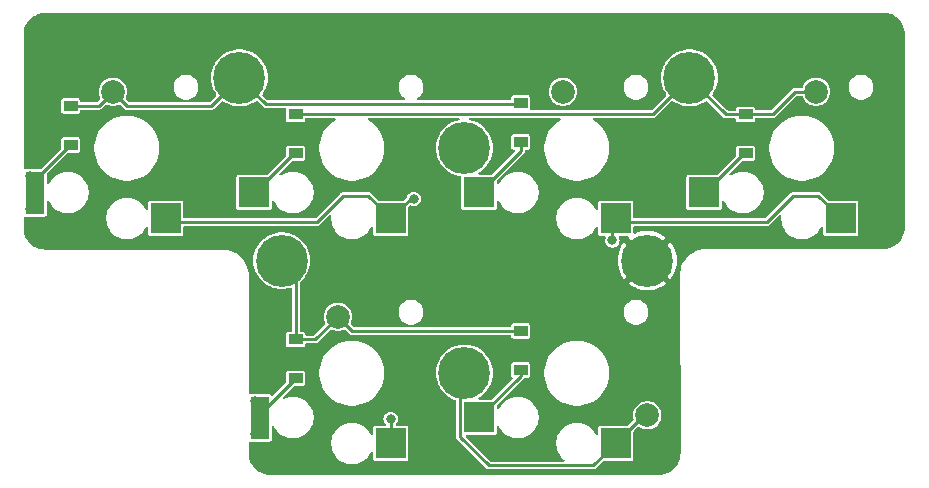
<source format=gbl>
G04 #@! TF.GenerationSoftware,KiCad,Pcbnew,8.0.5*
G04 #@! TF.CreationDate,2024-09-18T06:53:56+09:00*
G04 #@! TF.ProjectId,SandyLP_Top,53616e64-794c-4505-9f54-6f702e6b6963,v.0*
G04 #@! TF.SameCoordinates,Original*
G04 #@! TF.FileFunction,Copper,L2,Bot*
G04 #@! TF.FilePolarity,Positive*
%FSLAX46Y46*%
G04 Gerber Fmt 4.6, Leading zero omitted, Abs format (unit mm)*
G04 Created by KiCad (PCBNEW 8.0.5) date 2024-09-18 06:53:56*
%MOMM*%
%LPD*%
G01*
G04 APERTURE LIST*
G04 #@! TA.AperFunction,SMDPad,CuDef*
%ADD10R,2.600000X2.600000*%
G04 #@! TD*
G04 #@! TA.AperFunction,ComponentPad*
%ADD11C,0.800000*%
G04 #@! TD*
G04 #@! TA.AperFunction,SMDPad,CuDef*
%ADD12R,1.625000X3.600000*%
G04 #@! TD*
G04 #@! TA.AperFunction,ComponentPad*
%ADD13C,3.600000*%
G04 #@! TD*
G04 #@! TA.AperFunction,SMDPad,CuDef*
%ADD14C,4.400000*%
G04 #@! TD*
G04 #@! TA.AperFunction,SMDPad,CuDef*
%ADD15R,1.200000X0.900000*%
G04 #@! TD*
G04 #@! TA.AperFunction,ComponentPad*
%ADD16C,2.000000*%
G04 #@! TD*
G04 #@! TA.AperFunction,ViaPad*
%ADD17C,0.800000*%
G04 #@! TD*
G04 #@! TA.AperFunction,Conductor*
%ADD18C,0.250000*%
G04 #@! TD*
G04 APERTURE END LIST*
D10*
X151730310Y-71053405D03*
D11*
X140255310Y-67503405D03*
X140255310Y-70303405D03*
D12*
X140667810Y-68903405D03*
D10*
X151730310Y-52003405D03*
X140180310Y-49803405D03*
D13*
X142502185Y-55578405D03*
D14*
X142502185Y-55578405D03*
D10*
X189830310Y-52003405D03*
X178280310Y-49803405D03*
D13*
X177030310Y-40100280D03*
D14*
X177030310Y-40100280D03*
D10*
X132680310Y-52003405D03*
D11*
X121205310Y-48453405D03*
X121205310Y-51253405D03*
D12*
X121617810Y-49853405D03*
D13*
X157980310Y-65103405D03*
D14*
X157980310Y-65103405D03*
D13*
X157980310Y-46053405D03*
D14*
X157980310Y-46053405D03*
D13*
X138930310Y-40100280D03*
D14*
X138930310Y-40100280D03*
D10*
X170780310Y-52003405D03*
X159230310Y-49803405D03*
D13*
X173458435Y-55578405D03*
D14*
X173458435Y-55578405D03*
D10*
X170780310Y-71053405D03*
X159230310Y-68853405D03*
D15*
X143692810Y-62262780D03*
X143692810Y-65562780D03*
X181792810Y-43212780D03*
X181792810Y-46512780D03*
X162742810Y-61531530D03*
X162742810Y-64831530D03*
X162742810Y-42228405D03*
X162742810Y-45528405D03*
X124642810Y-42481530D03*
X124642810Y-45781530D03*
D16*
X128214685Y-41290905D03*
X187745935Y-41290905D03*
X166314685Y-41290905D03*
X173458435Y-68675280D03*
X147264685Y-60340905D03*
D15*
X143692810Y-43212780D03*
X143692810Y-46512780D03*
D17*
X138930326Y-46053413D03*
X156880310Y-48928405D03*
X157980342Y-72842498D03*
X194294435Y-53792482D03*
X157980342Y-55578421D03*
X140716265Y-66294055D03*
X121666249Y-53792482D03*
X157980342Y-35337779D03*
X138930326Y-35337779D03*
X138930326Y-53792482D03*
X121666249Y-35337779D03*
X177030358Y-46053413D03*
X175244419Y-72842498D03*
X160880310Y-63728405D03*
X194294435Y-35337779D03*
X177030358Y-35337779D03*
X140716265Y-72842498D03*
X121666249Y-47244039D03*
X177030358Y-53792482D03*
X153680310Y-50353405D03*
X151730315Y-68972150D03*
X170505310Y-53878405D03*
D18*
X181792810Y-43212780D02*
X180142810Y-43212780D01*
X180142810Y-43212780D02*
X177030310Y-40100280D01*
X181792810Y-43212780D02*
X181827185Y-43178405D01*
X143727185Y-43178405D02*
X173952185Y-43178405D01*
X173952185Y-43178405D02*
X177030310Y-40100280D01*
X181827185Y-43178405D02*
X184072557Y-43178405D01*
X185960057Y-41290905D02*
X187745935Y-41290905D01*
X143692810Y-43212780D02*
X143727185Y-43178405D01*
X184072557Y-43178405D02*
X185960057Y-41290905D01*
X136549060Y-42481530D02*
X129405310Y-42481530D01*
X162642810Y-42328405D02*
X162742810Y-42228405D01*
X127024060Y-42481530D02*
X124642810Y-42481530D01*
X128214685Y-41290905D02*
X127024060Y-42481530D01*
X138930310Y-40100280D02*
X136549060Y-42481530D01*
X138930310Y-40100280D02*
X141158435Y-42328405D01*
X129405310Y-42481530D02*
X128214685Y-41290905D01*
X141158435Y-42328405D02*
X162642810Y-42328405D01*
X143692810Y-56769030D02*
X142502185Y-55578405D01*
X148455310Y-61531530D02*
X147264685Y-60340905D01*
X143692810Y-59150280D02*
X143692810Y-56769030D01*
X162742810Y-61531530D02*
X148455310Y-61531530D01*
X143692810Y-62262780D02*
X143692810Y-59150280D01*
X147264685Y-60340905D02*
X145342810Y-62262780D01*
X145342810Y-62262780D02*
X143692810Y-62262780D01*
X133005310Y-52328405D02*
X145478660Y-52328405D01*
X145478660Y-52328405D02*
X147678660Y-50128405D01*
X151730310Y-52003405D02*
X151780310Y-52003405D01*
X147678660Y-50128405D02*
X149855310Y-50128405D01*
X132680310Y-52003405D02*
X133005310Y-52328405D01*
X153430310Y-50353405D02*
X153680310Y-50353405D01*
X151730310Y-68972155D02*
X151730315Y-68972150D01*
X149855310Y-50128405D02*
X151730310Y-52003405D01*
X151780310Y-52003405D02*
X153430310Y-50353405D01*
X151730310Y-71053405D02*
X151730310Y-68972155D01*
X189830310Y-52003405D02*
X187955310Y-50128405D01*
X170505310Y-52278405D02*
X170780310Y-52003405D01*
X171105310Y-52328405D02*
X170780310Y-52003405D01*
X157605310Y-70478405D02*
X157605310Y-65478405D01*
X170780310Y-71053405D02*
X173158435Y-68675280D01*
X183568624Y-52328405D02*
X171105310Y-52328405D01*
X185768624Y-50128405D02*
X183568624Y-52328405D01*
X157605310Y-65478405D02*
X157980310Y-65103405D01*
X160055310Y-72928405D02*
X157605310Y-70478405D01*
X170505310Y-53878405D02*
X170505310Y-52278405D01*
X168905310Y-72928405D02*
X160055310Y-72928405D01*
X173158435Y-68675280D02*
X173458435Y-68675280D01*
X170780310Y-71053405D02*
X168905310Y-72928405D01*
X187955310Y-50128405D02*
X185768624Y-50128405D01*
X121617810Y-49853405D02*
X121617810Y-48765905D01*
X124602185Y-45781530D02*
X124642810Y-45781530D01*
X121617810Y-48765905D02*
X124602185Y-45781530D01*
X143570935Y-46512780D02*
X143692810Y-46512780D01*
X140180310Y-49803405D02*
X140280310Y-49803405D01*
X140280310Y-49803405D02*
X143570935Y-46512780D01*
X162742810Y-46340905D02*
X162742810Y-45528405D01*
X159230310Y-49803405D02*
X159280310Y-49803405D01*
X159280310Y-49803405D02*
X162742810Y-46340905D01*
X178280310Y-49803405D02*
X178380310Y-49803405D01*
X181670935Y-46512780D02*
X181792810Y-46512780D01*
X178380310Y-49803405D02*
X181670935Y-46512780D01*
X140402185Y-68853405D02*
X143692810Y-65562780D01*
X140180310Y-68853405D02*
X140402185Y-68853405D01*
X162742810Y-65340905D02*
X162742810Y-64831530D01*
X159230310Y-68853405D02*
X162742810Y-65340905D01*
G04 #@! TA.AperFunction,Conductor*
G36*
X193446043Y-34597787D02*
G01*
X193677745Y-34612974D01*
X193690574Y-34614663D01*
X193915137Y-34659332D01*
X193927641Y-34662683D01*
X193952620Y-34671162D01*
X194144445Y-34736278D01*
X194156397Y-34741228D01*
X194329936Y-34826809D01*
X194361739Y-34842493D01*
X194372953Y-34848967D01*
X194563318Y-34976164D01*
X194573592Y-34984047D01*
X194745732Y-35135008D01*
X194754884Y-35144160D01*
X194905852Y-35316306D01*
X194913721Y-35326561D01*
X194917702Y-35332518D01*
X195040924Y-35516932D01*
X195047396Y-35528142D01*
X195148665Y-35733489D01*
X195153618Y-35745446D01*
X195227212Y-35962244D01*
X195230564Y-35974752D01*
X195275233Y-36199307D01*
X195276923Y-36212145D01*
X195292098Y-36443613D01*
X195292310Y-36450090D01*
X195292310Y-52729327D01*
X195292098Y-52735806D01*
X195276903Y-52967502D01*
X195275212Y-52980340D01*
X195230540Y-53204879D01*
X195227188Y-53217388D01*
X195153588Y-53434183D01*
X195148633Y-53446145D01*
X195047372Y-53651472D01*
X195040896Y-53662688D01*
X194913693Y-53853049D01*
X194905810Y-53863321D01*
X194754858Y-54035444D01*
X194745701Y-54044601D01*
X194573570Y-54195550D01*
X194563297Y-54203433D01*
X194372935Y-54330626D01*
X194361720Y-54337101D01*
X194156381Y-54438360D01*
X194144418Y-54443315D01*
X193927632Y-54516904D01*
X193915123Y-54520256D01*
X193690573Y-54564921D01*
X193677734Y-54566611D01*
X193474143Y-54579956D01*
X193444989Y-54581867D01*
X193438519Y-54582079D01*
X193398015Y-54582079D01*
X193397753Y-54582108D01*
X178446426Y-54592051D01*
X178446299Y-54592009D01*
X178275230Y-54592009D01*
X178275229Y-54592009D01*
X178275226Y-54592009D01*
X178275221Y-54592009D01*
X178275214Y-54592010D01*
X178016964Y-54623367D01*
X178016953Y-54623369D01*
X177897285Y-54652865D01*
X177764346Y-54685632D01*
X177547183Y-54767992D01*
X177521084Y-54777890D01*
X177290721Y-54898795D01*
X177076604Y-55046594D01*
X176881872Y-55219116D01*
X176709350Y-55413860D01*
X176709347Y-55413864D01*
X176561560Y-55627981D01*
X176440659Y-55858351D01*
X176432502Y-55879862D01*
X176348409Y-56101617D01*
X176348408Y-56101620D01*
X176348408Y-56101621D01*
X176286156Y-56354221D01*
X176286155Y-56354225D01*
X176254805Y-56612499D01*
X176254805Y-56612508D01*
X176254807Y-56703202D01*
X176254745Y-56703851D01*
X176254810Y-56742572D01*
X176254810Y-56742729D01*
X176254812Y-56787539D01*
X176254884Y-56788171D01*
X176279713Y-71870849D01*
X176279501Y-71877484D01*
X176264327Y-72109084D01*
X176262637Y-72121924D01*
X176217974Y-72346478D01*
X176214622Y-72358988D01*
X176141033Y-72575780D01*
X176136078Y-72587744D01*
X176034816Y-72793085D01*
X176028341Y-72804300D01*
X175901147Y-72994661D01*
X175893263Y-73004936D01*
X175742302Y-73177072D01*
X175733144Y-73186229D01*
X175561013Y-73337180D01*
X175550739Y-73345063D01*
X175360376Y-73472256D01*
X175349161Y-73478731D01*
X175143823Y-73579987D01*
X175131858Y-73584943D01*
X174915054Y-73658532D01*
X174902545Y-73661883D01*
X174677999Y-73706540D01*
X174665159Y-73708230D01*
X174432999Y-73723438D01*
X174426528Y-73723650D01*
X174385844Y-73723650D01*
X174385808Y-73723653D01*
X141558553Y-73725757D01*
X141552073Y-73725545D01*
X141320378Y-73710360D01*
X141307539Y-73708670D01*
X141082991Y-73664006D01*
X141070481Y-73660654D01*
X140853683Y-73587060D01*
X140841719Y-73582104D01*
X140837426Y-73579987D01*
X140636379Y-73480841D01*
X140625174Y-73474372D01*
X140434809Y-73347172D01*
X140424537Y-73339291D01*
X140252400Y-73188329D01*
X140243248Y-73179177D01*
X140092278Y-73007025D01*
X140084415Y-72996776D01*
X139957215Y-72806403D01*
X139950743Y-72795194D01*
X139949703Y-72793085D01*
X139849480Y-72589846D01*
X139844529Y-72577894D01*
X139770936Y-72361083D01*
X139767586Y-72348576D01*
X139740037Y-72210066D01*
X139722923Y-72124022D01*
X139721236Y-72111202D01*
X139706022Y-71879008D01*
X139705810Y-71872535D01*
X139705810Y-70998727D01*
X139724717Y-70940536D01*
X139727285Y-70938670D01*
X146704810Y-70938670D01*
X146704810Y-71168139D01*
X146734762Y-71395643D01*
X146794151Y-71617290D01*
X146881963Y-71829288D01*
X146984181Y-72006336D01*
X146996699Y-72028017D01*
X147136391Y-72210066D01*
X147298649Y-72372324D01*
X147480698Y-72512016D01*
X147679422Y-72626749D01*
X147679423Y-72626749D01*
X147679426Y-72626751D01*
X147775477Y-72666536D01*
X147891423Y-72714563D01*
X148113072Y-72773953D01*
X148340576Y-72803905D01*
X148340577Y-72803905D01*
X148570043Y-72803905D01*
X148570044Y-72803905D01*
X148797548Y-72773953D01*
X149019197Y-72714563D01*
X149231198Y-72626749D01*
X149429922Y-72512016D01*
X149611971Y-72372324D01*
X149774229Y-72210066D01*
X149913921Y-72028017D01*
X150028654Y-71829293D01*
X150039346Y-71803481D01*
X150079082Y-71756955D01*
X150138577Y-71742671D01*
X150195105Y-71766085D01*
X150227074Y-71818254D01*
X150229810Y-71841366D01*
X150229810Y-72373151D01*
X150229811Y-72373163D01*
X150240195Y-72425363D01*
X150241443Y-72431636D01*
X150285758Y-72497957D01*
X150352079Y-72542272D01*
X150396541Y-72551116D01*
X150410551Y-72553903D01*
X150410556Y-72553903D01*
X150410562Y-72553905D01*
X150410563Y-72553905D01*
X153050057Y-72553905D01*
X153050058Y-72553905D01*
X153108541Y-72542272D01*
X153174862Y-72497957D01*
X153219177Y-72431636D01*
X153230810Y-72373153D01*
X153230810Y-69733657D01*
X153219177Y-69675174D01*
X153174862Y-69608853D01*
X153174858Y-69608850D01*
X153108543Y-69564539D01*
X153108541Y-69564538D01*
X153108538Y-69564537D01*
X153108537Y-69564537D01*
X153050068Y-69552906D01*
X153050058Y-69552905D01*
X153050057Y-69552905D01*
X152242352Y-69552905D01*
X152184161Y-69533998D01*
X152148197Y-69484498D01*
X152148197Y-69423312D01*
X152163810Y-69393638D01*
X152254851Y-69274991D01*
X152315359Y-69128912D01*
X152335997Y-68972150D01*
X152315359Y-68815388D01*
X152254852Y-68669311D01*
X152254852Y-68669310D01*
X152158601Y-68543873D01*
X152158600Y-68543872D01*
X152158597Y-68543868D01*
X152158592Y-68543864D01*
X152158591Y-68543863D01*
X152087419Y-68489251D01*
X152033156Y-68447614D01*
X152033155Y-68447613D01*
X152033153Y-68447612D01*
X151887081Y-68387107D01*
X151887073Y-68387105D01*
X151730316Y-68366468D01*
X151730314Y-68366468D01*
X151573556Y-68387105D01*
X151573548Y-68387107D01*
X151427476Y-68447612D01*
X151427475Y-68447612D01*
X151302038Y-68543863D01*
X151302028Y-68543873D01*
X151205777Y-68669310D01*
X151205777Y-68669311D01*
X151145272Y-68815383D01*
X151145270Y-68815391D01*
X151124633Y-68972149D01*
X151124633Y-68972150D01*
X151145270Y-69128908D01*
X151145272Y-69128916D01*
X151205777Y-69274988D01*
X151205777Y-69274989D01*
X151205779Y-69274991D01*
X151295752Y-69392247D01*
X151296820Y-69393638D01*
X151317244Y-69451314D01*
X151299866Y-69509979D01*
X151251325Y-69547227D01*
X151218278Y-69552905D01*
X150410562Y-69552905D01*
X150410561Y-69552905D01*
X150410551Y-69552906D01*
X150352082Y-69564537D01*
X150352076Y-69564539D01*
X150285761Y-69608850D01*
X150285755Y-69608856D01*
X150241444Y-69675171D01*
X150241442Y-69675177D01*
X150229811Y-69733646D01*
X150229810Y-69733658D01*
X150229810Y-70265443D01*
X150210903Y-70323634D01*
X150161403Y-70359598D01*
X150100217Y-70359598D01*
X150050717Y-70323634D01*
X150039346Y-70303329D01*
X150028656Y-70277521D01*
X150002164Y-70231636D01*
X149913921Y-70078793D01*
X149774229Y-69896744D01*
X149611971Y-69734486D01*
X149570175Y-69702415D01*
X149429921Y-69594793D01*
X149231193Y-69480058D01*
X149019195Y-69392246D01*
X148797548Y-69332857D01*
X148570044Y-69302905D01*
X148340576Y-69302905D01*
X148340575Y-69302905D01*
X148113071Y-69332857D01*
X147891424Y-69392246D01*
X147679426Y-69480058D01*
X147480698Y-69594793D01*
X147298652Y-69734483D01*
X147136388Y-69896747D01*
X146996698Y-70078793D01*
X146881963Y-70277521D01*
X146794151Y-70489519D01*
X146734762Y-70711166D01*
X146704810Y-70938670D01*
X139727285Y-70938670D01*
X139774217Y-70904572D01*
X139824125Y-70901630D01*
X139835562Y-70903905D01*
X140209460Y-70903905D01*
X140222382Y-70904752D01*
X140255309Y-70909087D01*
X140255310Y-70909087D01*
X140255311Y-70909087D01*
X140288238Y-70904752D01*
X140301160Y-70903905D01*
X141500057Y-70903905D01*
X141500058Y-70903905D01*
X141558541Y-70892272D01*
X141624862Y-70847957D01*
X141669177Y-70781636D01*
X141680810Y-70723153D01*
X141680810Y-69641366D01*
X141699717Y-69583175D01*
X141749217Y-69547211D01*
X141810403Y-69547211D01*
X141859903Y-69583175D01*
X141871274Y-69603481D01*
X141881962Y-69629285D01*
X141881964Y-69629288D01*
X141881966Y-69629293D01*
X141996699Y-69828017D01*
X142136391Y-70010066D01*
X142298649Y-70172324D01*
X142480698Y-70312016D01*
X142679422Y-70426749D01*
X142679423Y-70426749D01*
X142679426Y-70426751D01*
X142700674Y-70435552D01*
X142891423Y-70514563D01*
X143113072Y-70573953D01*
X143340576Y-70603905D01*
X143340577Y-70603905D01*
X143570043Y-70603905D01*
X143570044Y-70603905D01*
X143797548Y-70573953D01*
X144019197Y-70514563D01*
X144231198Y-70426749D01*
X144429922Y-70312016D01*
X144611971Y-70172324D01*
X144774229Y-70010066D01*
X144913921Y-69828017D01*
X145028654Y-69629293D01*
X145116468Y-69417292D01*
X145175858Y-69195643D01*
X145205810Y-68968139D01*
X145205810Y-68738671D01*
X145175858Y-68511167D01*
X145116468Y-68289518D01*
X145064534Y-68164138D01*
X145028656Y-68077521D01*
X145007333Y-68040589D01*
X144913921Y-67878793D01*
X144774229Y-67696744D01*
X144611971Y-67534486D01*
X144465499Y-67422093D01*
X144429921Y-67394793D01*
X144231193Y-67280058D01*
X144019195Y-67192246D01*
X143797548Y-67132857D01*
X143570044Y-67102905D01*
X143340576Y-67102905D01*
X143340575Y-67102905D01*
X143113071Y-67132857D01*
X142891421Y-67192247D01*
X142723449Y-67261823D01*
X142662452Y-67266623D01*
X142610283Y-67234654D01*
X142586869Y-67178126D01*
X142601153Y-67118631D01*
X142615556Y-67100359D01*
X143473640Y-66242276D01*
X143528157Y-66214499D01*
X143543644Y-66213280D01*
X144312557Y-66213280D01*
X144312558Y-66213280D01*
X144371041Y-66201647D01*
X144437362Y-66157332D01*
X144481677Y-66091011D01*
X144493310Y-66032528D01*
X144493310Y-65093032D01*
X144481677Y-65034549D01*
X144437362Y-64968228D01*
X144408493Y-64948938D01*
X145704810Y-64948938D01*
X145704810Y-65257871D01*
X145739398Y-65564855D01*
X145808142Y-65866042D01*
X145910173Y-66157630D01*
X146044215Y-66435971D01*
X146095237Y-66517172D01*
X146208575Y-66697548D01*
X146401190Y-66939079D01*
X146619636Y-67157525D01*
X146861167Y-67350140D01*
X147122745Y-67514500D01*
X147401081Y-67648540D01*
X147692674Y-67750573D01*
X147993858Y-67819316D01*
X148300845Y-67853905D01*
X148300846Y-67853905D01*
X148609774Y-67853905D01*
X148609775Y-67853905D01*
X148916762Y-67819316D01*
X149217946Y-67750573D01*
X149509539Y-67648540D01*
X149787875Y-67514500D01*
X150049453Y-67350140D01*
X150290984Y-67157525D01*
X150509430Y-66939079D01*
X150702045Y-66697548D01*
X150866405Y-66435970D01*
X151000445Y-66157634D01*
X151102478Y-65866041D01*
X151171221Y-65564857D01*
X151205810Y-65257870D01*
X151205810Y-65103405D01*
X155575064Y-65103405D01*
X155594030Y-65404867D01*
X155629558Y-65591109D01*
X155650629Y-65701565D01*
X155702740Y-65861945D01*
X155743971Y-65988841D01*
X155872577Y-66262141D01*
X155872584Y-66262154D01*
X156034424Y-66517172D01*
X156226955Y-66749902D01*
X156226965Y-66749913D01*
X156447147Y-66956679D01*
X156447150Y-66956681D01*
X156691502Y-67134212D01*
X156691506Y-67134214D01*
X156691515Y-67134221D01*
X156956206Y-67279737D01*
X157217256Y-67383093D01*
X157264398Y-67422093D01*
X157279810Y-67475140D01*
X157279810Y-70435552D01*
X157279810Y-70521258D01*
X157293929Y-70573952D01*
X157301993Y-70604048D01*
X157344841Y-70678262D01*
X157344843Y-70678264D01*
X157344845Y-70678267D01*
X159855448Y-73188870D01*
X159855450Y-73188871D01*
X159855452Y-73188873D01*
X159929667Y-73231721D01*
X159929665Y-73231721D01*
X159929669Y-73231722D01*
X159929671Y-73231723D01*
X160012457Y-73253905D01*
X160012459Y-73253905D01*
X168948161Y-73253905D01*
X168948163Y-73253905D01*
X169030949Y-73231723D01*
X169030951Y-73231721D01*
X169030953Y-73231721D01*
X169105167Y-73188873D01*
X169105167Y-73188872D01*
X169105172Y-73188870D01*
X169711141Y-72582901D01*
X169765658Y-72555124D01*
X169781145Y-72553905D01*
X172100057Y-72553905D01*
X172100058Y-72553905D01*
X172158541Y-72542272D01*
X172224862Y-72497957D01*
X172269177Y-72431636D01*
X172280810Y-72373153D01*
X172280810Y-70054239D01*
X172299717Y-69996048D01*
X172309806Y-69984236D01*
X172629958Y-69664083D01*
X172684475Y-69636305D01*
X172744907Y-69645876D01*
X172752061Y-69649904D01*
X172921034Y-69754527D01*
X173128495Y-69834898D01*
X173347192Y-69875780D01*
X173569678Y-69875780D01*
X173788375Y-69834898D01*
X173995836Y-69754527D01*
X174184997Y-69637404D01*
X174349416Y-69487516D01*
X174483493Y-69309969D01*
X174582664Y-69110808D01*
X174643550Y-68896816D01*
X174664078Y-68675280D01*
X174643550Y-68453744D01*
X174582664Y-68239752D01*
X174483493Y-68040591D01*
X174349416Y-67863044D01*
X174184997Y-67713156D01*
X173995836Y-67596033D01*
X173788375Y-67515662D01*
X173788374Y-67515661D01*
X173788372Y-67515661D01*
X173569678Y-67474780D01*
X173347192Y-67474780D01*
X173128497Y-67515661D01*
X173079905Y-67534486D01*
X172921034Y-67596033D01*
X172758375Y-67696747D01*
X172731873Y-67713156D01*
X172567455Y-67863043D01*
X172433378Y-68040589D01*
X172433373Y-68040598D01*
X172334207Y-68239749D01*
X172273320Y-68453744D01*
X172252792Y-68675280D01*
X172273320Y-68896817D01*
X172302419Y-68999089D01*
X172300158Y-69060232D01*
X172277202Y-69096184D01*
X171849481Y-69523908D01*
X171794964Y-69551686D01*
X171779477Y-69552905D01*
X169460562Y-69552905D01*
X169460561Y-69552905D01*
X169460551Y-69552906D01*
X169402082Y-69564537D01*
X169402076Y-69564539D01*
X169335761Y-69608850D01*
X169335755Y-69608856D01*
X169291444Y-69675171D01*
X169291442Y-69675177D01*
X169279811Y-69733646D01*
X169279810Y-69733658D01*
X169279810Y-70265443D01*
X169260903Y-70323634D01*
X169211403Y-70359598D01*
X169150217Y-70359598D01*
X169100717Y-70323634D01*
X169089346Y-70303329D01*
X169078656Y-70277521D01*
X169052164Y-70231636D01*
X168963921Y-70078793D01*
X168824229Y-69896744D01*
X168661971Y-69734486D01*
X168620175Y-69702415D01*
X168479921Y-69594793D01*
X168281193Y-69480058D01*
X168069195Y-69392246D01*
X167847548Y-69332857D01*
X167620044Y-69302905D01*
X167390576Y-69302905D01*
X167390575Y-69302905D01*
X167163071Y-69332857D01*
X166941424Y-69392246D01*
X166729426Y-69480058D01*
X166530698Y-69594793D01*
X166348652Y-69734483D01*
X166186388Y-69896747D01*
X166046698Y-70078793D01*
X165931963Y-70277521D01*
X165844151Y-70489519D01*
X165784762Y-70711166D01*
X165754810Y-70938670D01*
X165754810Y-71168139D01*
X165784762Y-71395643D01*
X165844151Y-71617290D01*
X165931963Y-71829288D01*
X166034181Y-72006336D01*
X166046699Y-72028017D01*
X166186391Y-72210066D01*
X166348649Y-72372324D01*
X166348652Y-72372326D01*
X166348655Y-72372329D01*
X166417770Y-72425363D01*
X166452426Y-72475788D01*
X166450825Y-72536952D01*
X166413577Y-72585494D01*
X166357503Y-72602905D01*
X160231145Y-72602905D01*
X160172954Y-72583998D01*
X160161141Y-72573909D01*
X158110141Y-70522909D01*
X158082364Y-70468392D01*
X158091935Y-70407960D01*
X158135200Y-70364695D01*
X158180145Y-70353905D01*
X160550057Y-70353905D01*
X160550058Y-70353905D01*
X160608541Y-70342272D01*
X160674862Y-70297957D01*
X160719177Y-70231636D01*
X160730810Y-70173153D01*
X160730810Y-69641366D01*
X160749717Y-69583175D01*
X160799217Y-69547211D01*
X160860403Y-69547211D01*
X160909903Y-69583175D01*
X160921274Y-69603481D01*
X160931962Y-69629285D01*
X160931964Y-69629288D01*
X160931966Y-69629293D01*
X161046699Y-69828017D01*
X161186391Y-70010066D01*
X161348649Y-70172324D01*
X161530698Y-70312016D01*
X161729422Y-70426749D01*
X161729423Y-70426749D01*
X161729426Y-70426751D01*
X161750674Y-70435552D01*
X161941423Y-70514563D01*
X162163072Y-70573953D01*
X162390576Y-70603905D01*
X162390577Y-70603905D01*
X162620043Y-70603905D01*
X162620044Y-70603905D01*
X162847548Y-70573953D01*
X163069197Y-70514563D01*
X163281198Y-70426749D01*
X163479922Y-70312016D01*
X163661971Y-70172324D01*
X163824229Y-70010066D01*
X163963921Y-69828017D01*
X164078654Y-69629293D01*
X164166468Y-69417292D01*
X164225858Y-69195643D01*
X164255810Y-68968139D01*
X164255810Y-68738671D01*
X164225858Y-68511167D01*
X164166468Y-68289518D01*
X164114534Y-68164138D01*
X164078656Y-68077521D01*
X164057333Y-68040589D01*
X163963921Y-67878793D01*
X163824229Y-67696744D01*
X163661971Y-67534486D01*
X163515499Y-67422093D01*
X163479921Y-67394793D01*
X163281193Y-67280058D01*
X163069195Y-67192246D01*
X162847548Y-67132857D01*
X162620044Y-67102905D01*
X162390576Y-67102905D01*
X162390575Y-67102905D01*
X162163071Y-67132857D01*
X161941424Y-67192246D01*
X161729426Y-67280058D01*
X161530698Y-67394793D01*
X161348652Y-67534483D01*
X161186388Y-67696747D01*
X161046698Y-67878793D01*
X160931963Y-68077521D01*
X160921274Y-68103329D01*
X160881537Y-68149855D01*
X160822042Y-68164138D01*
X160765514Y-68140723D01*
X160733545Y-68088554D01*
X160730810Y-68065443D01*
X160730810Y-67854239D01*
X160749717Y-67796048D01*
X160759800Y-67784241D01*
X163003275Y-65540767D01*
X163008609Y-65531529D01*
X163054079Y-65490588D01*
X163094345Y-65482030D01*
X163362557Y-65482030D01*
X163362558Y-65482030D01*
X163421041Y-65470397D01*
X163487362Y-65426082D01*
X163531677Y-65359761D01*
X163543310Y-65301278D01*
X163543310Y-64948938D01*
X164754810Y-64948938D01*
X164754810Y-65257871D01*
X164789398Y-65564855D01*
X164858142Y-65866042D01*
X164960173Y-66157630D01*
X165094215Y-66435971D01*
X165145237Y-66517172D01*
X165258575Y-66697548D01*
X165451190Y-66939079D01*
X165669636Y-67157525D01*
X165911167Y-67350140D01*
X166172745Y-67514500D01*
X166451081Y-67648540D01*
X166742674Y-67750573D01*
X167043858Y-67819316D01*
X167350845Y-67853905D01*
X167350846Y-67853905D01*
X167659774Y-67853905D01*
X167659775Y-67853905D01*
X167966762Y-67819316D01*
X168267946Y-67750573D01*
X168559539Y-67648540D01*
X168837875Y-67514500D01*
X169099453Y-67350140D01*
X169340984Y-67157525D01*
X169559430Y-66939079D01*
X169752045Y-66697548D01*
X169916405Y-66435970D01*
X170050445Y-66157634D01*
X170152478Y-65866041D01*
X170221221Y-65564857D01*
X170255810Y-65257870D01*
X170255810Y-64948940D01*
X170221221Y-64641953D01*
X170152478Y-64340769D01*
X170050445Y-64049176D01*
X169916405Y-63770840D01*
X169752045Y-63509262D01*
X169559430Y-63267731D01*
X169340984Y-63049285D01*
X169099453Y-62856670D01*
X169034536Y-62815880D01*
X168837876Y-62692310D01*
X168559535Y-62558268D01*
X168267947Y-62456237D01*
X167966760Y-62387493D01*
X167659776Y-62352905D01*
X167659775Y-62352905D01*
X167350845Y-62352905D01*
X167350843Y-62352905D01*
X167043859Y-62387493D01*
X166742672Y-62456237D01*
X166451084Y-62558268D01*
X166172743Y-62692310D01*
X165911166Y-62856670D01*
X165669637Y-63049284D01*
X165451189Y-63267732D01*
X165258575Y-63509261D01*
X165094215Y-63770838D01*
X164960173Y-64049179D01*
X164858142Y-64340767D01*
X164789398Y-64641954D01*
X164754810Y-64948938D01*
X163543310Y-64948938D01*
X163543310Y-64361782D01*
X163531677Y-64303299D01*
X163487362Y-64236978D01*
X163487358Y-64236975D01*
X163421043Y-64192664D01*
X163421041Y-64192663D01*
X163421038Y-64192662D01*
X163421037Y-64192662D01*
X163362568Y-64181031D01*
X163362558Y-64181030D01*
X162123062Y-64181030D01*
X162123061Y-64181030D01*
X162123051Y-64181031D01*
X162064582Y-64192662D01*
X162064576Y-64192664D01*
X161998261Y-64236975D01*
X161998255Y-64236981D01*
X161953944Y-64303296D01*
X161953942Y-64303302D01*
X161942311Y-64361771D01*
X161942310Y-64361783D01*
X161942310Y-65301276D01*
X161942311Y-65301288D01*
X161953942Y-65359757D01*
X161953943Y-65359761D01*
X161998258Y-65426082D01*
X162017277Y-65438790D01*
X162055156Y-65486841D01*
X162057557Y-65547979D01*
X162032278Y-65591109D01*
X160299479Y-67323909D01*
X160244962Y-67351686D01*
X160229475Y-67352905D01*
X159256899Y-67352905D01*
X159198708Y-67333998D01*
X159162744Y-67284498D01*
X159162744Y-67223312D01*
X159198708Y-67173812D01*
X159209199Y-67167154D01*
X159269105Y-67134221D01*
X159513472Y-66956679D01*
X159733659Y-66749909D01*
X159926195Y-66517173D01*
X160088043Y-66262141D01*
X160216651Y-65988835D01*
X160309991Y-65701565D01*
X160366590Y-65404862D01*
X160385556Y-65103405D01*
X160366590Y-64801948D01*
X160309991Y-64505245D01*
X160216651Y-64217975D01*
X160199266Y-64181031D01*
X160170735Y-64120399D01*
X160088043Y-63944669D01*
X160088039Y-63944664D01*
X160088035Y-63944655D01*
X159926195Y-63689637D01*
X159733664Y-63456907D01*
X159733654Y-63456896D01*
X159513472Y-63250130D01*
X159513469Y-63250128D01*
X159269117Y-63072597D01*
X159269110Y-63072592D01*
X159269105Y-63072589D01*
X159004414Y-62927073D01*
X159004412Y-62927072D01*
X159004410Y-62927071D01*
X158723572Y-62815880D01*
X158431008Y-62740763D01*
X158431001Y-62740762D01*
X158431005Y-62740762D01*
X158131338Y-62702905D01*
X158131337Y-62702905D01*
X157829283Y-62702905D01*
X157829282Y-62702905D01*
X157529616Y-62740762D01*
X157237047Y-62815880D01*
X156956209Y-62927071D01*
X156691523Y-63072584D01*
X156691502Y-63072597D01*
X156447150Y-63250128D01*
X156447147Y-63250130D01*
X156226965Y-63456896D01*
X156226955Y-63456907D01*
X156034424Y-63689637D01*
X155872584Y-63944655D01*
X155872577Y-63944668D01*
X155743971Y-64217968D01*
X155650630Y-64505243D01*
X155650627Y-64505253D01*
X155594030Y-64801942D01*
X155575064Y-65103405D01*
X151205810Y-65103405D01*
X151205810Y-64948940D01*
X151171221Y-64641953D01*
X151102478Y-64340769D01*
X151000445Y-64049176D01*
X150866405Y-63770840D01*
X150702045Y-63509262D01*
X150509430Y-63267731D01*
X150290984Y-63049285D01*
X150049453Y-62856670D01*
X149984536Y-62815880D01*
X149787876Y-62692310D01*
X149509535Y-62558268D01*
X149217947Y-62456237D01*
X148916760Y-62387493D01*
X148609776Y-62352905D01*
X148609775Y-62352905D01*
X148300845Y-62352905D01*
X148300843Y-62352905D01*
X147993859Y-62387493D01*
X147692672Y-62456237D01*
X147401084Y-62558268D01*
X147122743Y-62692310D01*
X146861166Y-62856670D01*
X146619637Y-63049284D01*
X146401189Y-63267732D01*
X146208575Y-63509261D01*
X146044215Y-63770838D01*
X145910173Y-64049179D01*
X145808142Y-64340767D01*
X145739398Y-64641954D01*
X145704810Y-64948938D01*
X144408493Y-64948938D01*
X144371043Y-64923914D01*
X144371041Y-64923913D01*
X144371038Y-64923912D01*
X144371037Y-64923912D01*
X144312568Y-64912281D01*
X144312558Y-64912280D01*
X143073062Y-64912280D01*
X143073061Y-64912280D01*
X143073051Y-64912281D01*
X143014582Y-64923912D01*
X143014576Y-64923914D01*
X142948261Y-64968225D01*
X142948255Y-64968231D01*
X142903944Y-65034546D01*
X142903942Y-65034552D01*
X142892311Y-65093021D01*
X142892310Y-65093033D01*
X142892310Y-65861945D01*
X142873403Y-65920136D01*
X142863314Y-65931949D01*
X141794896Y-67000366D01*
X141740379Y-67028143D01*
X141679947Y-67018572D01*
X141642578Y-66985365D01*
X141624865Y-66958857D01*
X141624864Y-66958856D01*
X141624862Y-66958853D01*
X141624858Y-66958850D01*
X141558543Y-66914539D01*
X141558541Y-66914538D01*
X141558538Y-66914537D01*
X141558537Y-66914537D01*
X141500068Y-66902906D01*
X141500058Y-66902905D01*
X141500057Y-66902905D01*
X140301160Y-66902905D01*
X140288238Y-66902058D01*
X140255311Y-66897723D01*
X140255309Y-66897723D01*
X140222382Y-66902058D01*
X140209460Y-66902905D01*
X139835559Y-66902905D01*
X139824124Y-66905180D01*
X139763363Y-66897988D01*
X139718433Y-66856456D01*
X139705810Y-66808082D01*
X139705810Y-56844394D01*
X139705835Y-56844313D01*
X139705834Y-56788171D01*
X139705833Y-56673281D01*
X139674470Y-56415015D01*
X139612205Y-56162413D01*
X139519947Y-55919157D01*
X139399041Y-55688795D01*
X139322842Y-55578405D01*
X140096939Y-55578405D01*
X140115905Y-55879867D01*
X140169804Y-56162413D01*
X140172504Y-56176565D01*
X140250769Y-56417438D01*
X140265846Y-56463841D01*
X140394452Y-56737141D01*
X140394459Y-56737154D01*
X140556299Y-56992172D01*
X140748830Y-57224902D01*
X140748840Y-57224913D01*
X140969022Y-57431679D01*
X140969025Y-57431681D01*
X141213377Y-57609212D01*
X141213381Y-57609214D01*
X141213390Y-57609221D01*
X141478081Y-57754737D01*
X141758923Y-57865930D01*
X142051487Y-57941047D01*
X142207418Y-57960746D01*
X142351157Y-57978905D01*
X142351158Y-57978905D01*
X142653213Y-57978905D01*
X142703157Y-57972595D01*
X142952883Y-57941047D01*
X143243693Y-57866380D01*
X143304754Y-57870222D01*
X143351898Y-57909223D01*
X143367310Y-57962270D01*
X143367310Y-61513280D01*
X143348403Y-61571471D01*
X143298903Y-61607435D01*
X143268310Y-61612280D01*
X143073062Y-61612280D01*
X143073061Y-61612280D01*
X143073051Y-61612281D01*
X143014582Y-61623912D01*
X143014576Y-61623914D01*
X142948261Y-61668225D01*
X142948255Y-61668231D01*
X142903944Y-61734546D01*
X142903942Y-61734552D01*
X142892311Y-61793021D01*
X142892310Y-61793033D01*
X142892310Y-62732526D01*
X142892311Y-62732538D01*
X142903942Y-62791007D01*
X142903944Y-62791013D01*
X142948255Y-62857328D01*
X142948258Y-62857332D01*
X143014579Y-62901647D01*
X143059041Y-62910491D01*
X143073051Y-62913278D01*
X143073056Y-62913278D01*
X143073062Y-62913280D01*
X143073063Y-62913280D01*
X144312557Y-62913280D01*
X144312558Y-62913280D01*
X144371041Y-62901647D01*
X144437362Y-62857332D01*
X144481677Y-62791011D01*
X144493310Y-62732528D01*
X144493310Y-62687280D01*
X144512217Y-62629089D01*
X144561717Y-62593125D01*
X144592310Y-62588280D01*
X145385661Y-62588280D01*
X145385663Y-62588280D01*
X145468449Y-62566098D01*
X145468451Y-62566096D01*
X145468453Y-62566096D01*
X145542667Y-62523248D01*
X145542667Y-62523247D01*
X145542672Y-62523245D01*
X146622914Y-61443000D01*
X146677429Y-61415225D01*
X146728673Y-61420690D01*
X146934745Y-61500523D01*
X147153442Y-61541405D01*
X147375928Y-61541405D01*
X147594625Y-61500523D01*
X147800692Y-61420691D01*
X147861780Y-61417302D01*
X147906455Y-61443003D01*
X148255447Y-61791994D01*
X148255452Y-61791998D01*
X148329667Y-61834846D01*
X148329665Y-61834846D01*
X148329669Y-61834847D01*
X148329671Y-61834848D01*
X148412457Y-61857030D01*
X161843310Y-61857030D01*
X161901501Y-61875937D01*
X161937465Y-61925437D01*
X161942310Y-61956030D01*
X161942310Y-62001276D01*
X161942311Y-62001288D01*
X161953942Y-62059757D01*
X161953943Y-62059761D01*
X161998258Y-62126082D01*
X162064579Y-62170397D01*
X162109041Y-62179241D01*
X162123051Y-62182028D01*
X162123056Y-62182028D01*
X162123062Y-62182030D01*
X162123063Y-62182030D01*
X163362557Y-62182030D01*
X163362558Y-62182030D01*
X163421041Y-62170397D01*
X163487362Y-62126082D01*
X163531677Y-62059761D01*
X163543310Y-62001278D01*
X163543310Y-61061782D01*
X163531677Y-61003299D01*
X163487362Y-60936978D01*
X163487358Y-60936975D01*
X163421043Y-60892664D01*
X163421041Y-60892663D01*
X163421038Y-60892662D01*
X163421037Y-60892662D01*
X163362568Y-60881031D01*
X163362558Y-60881030D01*
X162123062Y-60881030D01*
X162123061Y-60881030D01*
X162123051Y-60881031D01*
X162064582Y-60892662D01*
X162064576Y-60892664D01*
X161998261Y-60936975D01*
X161998255Y-60936981D01*
X161953944Y-61003296D01*
X161953942Y-61003302D01*
X161942311Y-61061771D01*
X161942310Y-61061783D01*
X161942310Y-61107030D01*
X161923403Y-61165221D01*
X161873903Y-61201185D01*
X161843310Y-61206030D01*
X148631145Y-61206030D01*
X148572954Y-61187123D01*
X148561141Y-61177034D01*
X148363366Y-60979259D01*
X148335589Y-60924742D01*
X148344748Y-60865127D01*
X148388914Y-60776433D01*
X148449800Y-60562441D01*
X148470328Y-60340905D01*
X148449800Y-60119369D01*
X148388914Y-59905377D01*
X148361308Y-59849937D01*
X152404810Y-59849937D01*
X152404810Y-60056872D01*
X152445179Y-60259823D01*
X152524368Y-60451002D01*
X152524369Y-60451003D01*
X152639333Y-60623060D01*
X152785655Y-60769382D01*
X152957712Y-60884346D01*
X153148890Y-60963535D01*
X153351845Y-61003905D01*
X153351846Y-61003905D01*
X153558774Y-61003905D01*
X153558775Y-61003905D01*
X153761730Y-60963535D01*
X153952908Y-60884346D01*
X154124965Y-60769382D01*
X154271287Y-60623060D01*
X154386251Y-60451003D01*
X154465440Y-60259825D01*
X154505810Y-60056870D01*
X154505810Y-59849940D01*
X154505809Y-59849937D01*
X171454810Y-59849937D01*
X171454810Y-60056872D01*
X171495179Y-60259823D01*
X171574368Y-60451002D01*
X171574369Y-60451003D01*
X171689333Y-60623060D01*
X171835655Y-60769382D01*
X172007712Y-60884346D01*
X172198890Y-60963535D01*
X172401845Y-61003905D01*
X172401846Y-61003905D01*
X172608774Y-61003905D01*
X172608775Y-61003905D01*
X172811730Y-60963535D01*
X173002908Y-60884346D01*
X173174965Y-60769382D01*
X173321287Y-60623060D01*
X173436251Y-60451003D01*
X173515440Y-60259825D01*
X173555810Y-60056870D01*
X173555810Y-59849940D01*
X173515440Y-59646985D01*
X173436251Y-59455807D01*
X173321287Y-59283750D01*
X173174965Y-59137428D01*
X173174961Y-59137425D01*
X173002907Y-59022463D01*
X172811728Y-58943274D01*
X172608777Y-58902905D01*
X172608775Y-58902905D01*
X172401845Y-58902905D01*
X172401842Y-58902905D01*
X172198891Y-58943274D01*
X172007712Y-59022463D01*
X171835658Y-59137425D01*
X171689330Y-59283753D01*
X171574368Y-59455807D01*
X171495179Y-59646986D01*
X171454810Y-59849937D01*
X154505809Y-59849937D01*
X154465440Y-59646985D01*
X154386251Y-59455807D01*
X154271287Y-59283750D01*
X154124965Y-59137428D01*
X154124961Y-59137425D01*
X153952907Y-59022463D01*
X153761728Y-58943274D01*
X153558777Y-58902905D01*
X153558775Y-58902905D01*
X153351845Y-58902905D01*
X153351842Y-58902905D01*
X153148891Y-58943274D01*
X152957712Y-59022463D01*
X152785658Y-59137425D01*
X152639330Y-59283753D01*
X152524368Y-59455807D01*
X152445179Y-59646986D01*
X152404810Y-59849937D01*
X148361308Y-59849937D01*
X148289743Y-59706216D01*
X148155666Y-59528669D01*
X147991247Y-59378781D01*
X147802086Y-59261658D01*
X147594625Y-59181287D01*
X147594624Y-59181286D01*
X147594622Y-59181286D01*
X147375928Y-59140405D01*
X147153442Y-59140405D01*
X146934747Y-59181286D01*
X146858482Y-59210831D01*
X146727284Y-59261658D01*
X146538123Y-59378781D01*
X146373705Y-59528668D01*
X146239628Y-59706214D01*
X146239623Y-59706223D01*
X146168060Y-59849941D01*
X146140456Y-59905377D01*
X146079570Y-60119369D01*
X146059042Y-60340905D01*
X146079570Y-60562441D01*
X146138450Y-60769384D01*
X146140457Y-60776435D01*
X146184620Y-60865126D01*
X146193633Y-60925644D01*
X146166003Y-60979257D01*
X145236979Y-61908283D01*
X145182462Y-61936061D01*
X145166975Y-61937280D01*
X144592310Y-61937280D01*
X144534119Y-61918373D01*
X144498155Y-61868873D01*
X144493310Y-61838280D01*
X144493310Y-61793033D01*
X144493308Y-61793021D01*
X144490521Y-61779011D01*
X144481677Y-61734549D01*
X144437362Y-61668228D01*
X144437358Y-61668225D01*
X144371043Y-61623914D01*
X144371041Y-61623913D01*
X144371038Y-61623912D01*
X144371037Y-61623912D01*
X144312568Y-61612281D01*
X144312558Y-61612280D01*
X144312557Y-61612280D01*
X144117310Y-61612280D01*
X144059119Y-61593373D01*
X144023155Y-61543873D01*
X144018310Y-61513280D01*
X144018310Y-57490519D01*
X144037217Y-57432328D01*
X144049540Y-57418351D01*
X144087218Y-57382968D01*
X144255534Y-57224909D01*
X144448070Y-56992173D01*
X144606471Y-56742573D01*
X144609910Y-56737154D01*
X144609911Y-56737151D01*
X144609918Y-56737141D01*
X144738526Y-56463835D01*
X144831866Y-56176565D01*
X144888465Y-55879862D01*
X144907431Y-55578405D01*
X144888465Y-55276948D01*
X144831866Y-54980245D01*
X144738526Y-54692975D01*
X144712206Y-54637043D01*
X144675480Y-54558995D01*
X144609918Y-54419669D01*
X144609914Y-54419664D01*
X144609910Y-54419655D01*
X144448070Y-54164637D01*
X144255539Y-53931907D01*
X144255529Y-53931896D01*
X144035347Y-53725130D01*
X144035344Y-53725128D01*
X143790992Y-53547597D01*
X143790985Y-53547592D01*
X143790980Y-53547589D01*
X143526289Y-53402073D01*
X143526287Y-53402072D01*
X143526285Y-53402071D01*
X143245447Y-53290880D01*
X143211064Y-53282052D01*
X142952883Y-53215763D01*
X142952876Y-53215762D01*
X142952880Y-53215762D01*
X142653213Y-53177905D01*
X142653212Y-53177905D01*
X142351158Y-53177905D01*
X142351157Y-53177905D01*
X142051491Y-53215762D01*
X141758922Y-53290880D01*
X141478084Y-53402071D01*
X141213398Y-53547584D01*
X141213377Y-53547597D01*
X140969025Y-53725128D01*
X140969022Y-53725130D01*
X140748840Y-53931896D01*
X140748830Y-53931907D01*
X140556299Y-54164637D01*
X140394459Y-54419655D01*
X140394452Y-54419668D01*
X140265846Y-54692968D01*
X140248457Y-54746486D01*
X140179197Y-54959648D01*
X140172505Y-54980243D01*
X140172502Y-54980253D01*
X140115905Y-55276942D01*
X140096939Y-55578405D01*
X139322842Y-55578405D01*
X139251249Y-55474687D01*
X139251245Y-55474682D01*
X139251238Y-55474673D01*
X139078737Y-55279961D01*
X139078736Y-55279960D01*
X138883995Y-55107436D01*
X138883989Y-55107431D01*
X138669887Y-54959648D01*
X138669879Y-54959643D01*
X138553941Y-54898795D01*
X138439518Y-54838742D01*
X138196262Y-54746487D01*
X137943658Y-54684225D01*
X137943646Y-54684223D01*
X137685404Y-54652866D01*
X137685396Y-54652865D01*
X137685392Y-54652865D01*
X137685388Y-54652865D01*
X122508549Y-54652865D01*
X122502074Y-54652653D01*
X122270377Y-54637467D01*
X122257539Y-54635777D01*
X122032990Y-54591113D01*
X122020480Y-54587761D01*
X121935739Y-54558995D01*
X121803680Y-54514166D01*
X121791717Y-54509211D01*
X121784174Y-54505491D01*
X121586377Y-54407948D01*
X121575172Y-54401479D01*
X121384807Y-54274279D01*
X121374535Y-54266398D01*
X121202402Y-54115439D01*
X121193246Y-54106282D01*
X121042289Y-53934147D01*
X121034405Y-53923873D01*
X120993946Y-53863321D01*
X120907209Y-53733507D01*
X120900737Y-53722296D01*
X120799477Y-53516954D01*
X120794522Y-53504991D01*
X120780406Y-53463404D01*
X120720932Y-53288194D01*
X120717581Y-53275688D01*
X120672917Y-53051129D01*
X120671230Y-53038308D01*
X120657800Y-52833359D01*
X120656022Y-52806219D01*
X120655810Y-52799746D01*
X120655810Y-51948727D01*
X120674717Y-51890536D01*
X120677285Y-51888670D01*
X127654810Y-51888670D01*
X127654810Y-52118139D01*
X127684762Y-52345643D01*
X127744151Y-52567290D01*
X127831963Y-52779288D01*
X127946698Y-52978016D01*
X128002807Y-53051138D01*
X128086391Y-53160066D01*
X128248649Y-53322324D01*
X128430698Y-53462016D01*
X128629422Y-53576749D01*
X128629423Y-53576749D01*
X128629426Y-53576751D01*
X128711319Y-53610672D01*
X128841423Y-53664563D01*
X129063072Y-53723953D01*
X129290576Y-53753905D01*
X129290577Y-53753905D01*
X129520043Y-53753905D01*
X129520044Y-53753905D01*
X129747548Y-53723953D01*
X129969197Y-53664563D01*
X130181198Y-53576749D01*
X130379922Y-53462016D01*
X130561971Y-53322324D01*
X130724229Y-53160066D01*
X130863921Y-52978017D01*
X130978654Y-52779293D01*
X130989346Y-52753481D01*
X131029082Y-52706955D01*
X131088577Y-52692671D01*
X131145105Y-52716085D01*
X131177074Y-52768254D01*
X131179810Y-52791366D01*
X131179810Y-53323151D01*
X131179811Y-53323163D01*
X131191442Y-53381632D01*
X131191444Y-53381638D01*
X131226554Y-53434183D01*
X131235758Y-53447957D01*
X131302079Y-53492272D01*
X131346541Y-53501116D01*
X131360551Y-53503903D01*
X131360556Y-53503903D01*
X131360562Y-53503905D01*
X131360563Y-53503905D01*
X134000057Y-53503905D01*
X134000058Y-53503905D01*
X134058541Y-53492272D01*
X134124862Y-53447957D01*
X134169177Y-53381636D01*
X134180810Y-53323153D01*
X134180810Y-52752905D01*
X134199717Y-52694714D01*
X134249217Y-52658750D01*
X134279810Y-52653905D01*
X145521511Y-52653905D01*
X145521513Y-52653905D01*
X145604299Y-52631723D01*
X145604301Y-52631721D01*
X145604303Y-52631721D01*
X145678517Y-52588873D01*
X145678517Y-52588872D01*
X145678522Y-52588870D01*
X146548027Y-51719363D01*
X146602542Y-51691588D01*
X146662974Y-51701159D01*
X146706239Y-51744424D01*
X146716182Y-51802291D01*
X146704810Y-51888669D01*
X146704810Y-52118139D01*
X146734762Y-52345643D01*
X146794151Y-52567290D01*
X146881963Y-52779288D01*
X146996698Y-52978016D01*
X147052807Y-53051138D01*
X147136391Y-53160066D01*
X147298649Y-53322324D01*
X147480698Y-53462016D01*
X147679422Y-53576749D01*
X147679423Y-53576749D01*
X147679426Y-53576751D01*
X147761319Y-53610672D01*
X147891423Y-53664563D01*
X148113072Y-53723953D01*
X148340576Y-53753905D01*
X148340577Y-53753905D01*
X148570043Y-53753905D01*
X148570044Y-53753905D01*
X148797548Y-53723953D01*
X149019197Y-53664563D01*
X149231198Y-53576749D01*
X149429922Y-53462016D01*
X149611971Y-53322324D01*
X149774229Y-53160066D01*
X149913921Y-52978017D01*
X150028654Y-52779293D01*
X150039346Y-52753481D01*
X150079082Y-52706955D01*
X150138577Y-52692671D01*
X150195105Y-52716085D01*
X150227074Y-52768254D01*
X150229810Y-52791366D01*
X150229810Y-53323151D01*
X150229811Y-53323163D01*
X150241442Y-53381632D01*
X150241444Y-53381638D01*
X150276554Y-53434183D01*
X150285758Y-53447957D01*
X150352079Y-53492272D01*
X150396541Y-53501116D01*
X150410551Y-53503903D01*
X150410556Y-53503903D01*
X150410562Y-53503905D01*
X150410563Y-53503905D01*
X153050057Y-53503905D01*
X153050058Y-53503905D01*
X153108541Y-53492272D01*
X153174862Y-53447957D01*
X153219177Y-53381636D01*
X153230810Y-53323153D01*
X153230810Y-51888670D01*
X165754810Y-51888670D01*
X165754810Y-52118139D01*
X165784762Y-52345643D01*
X165844151Y-52567290D01*
X165931963Y-52779288D01*
X166046698Y-52978016D01*
X166102807Y-53051138D01*
X166186391Y-53160066D01*
X166348649Y-53322324D01*
X166530698Y-53462016D01*
X166729422Y-53576749D01*
X166729423Y-53576749D01*
X166729426Y-53576751D01*
X166811319Y-53610672D01*
X166941423Y-53664563D01*
X167163072Y-53723953D01*
X167390576Y-53753905D01*
X167390577Y-53753905D01*
X167620043Y-53753905D01*
X167620044Y-53753905D01*
X167847548Y-53723953D01*
X168069197Y-53664563D01*
X168281198Y-53576749D01*
X168479922Y-53462016D01*
X168661971Y-53322324D01*
X168824229Y-53160066D01*
X168963921Y-52978017D01*
X169078654Y-52779293D01*
X169089346Y-52753481D01*
X169129082Y-52706955D01*
X169188577Y-52692671D01*
X169245105Y-52716085D01*
X169277074Y-52768254D01*
X169279810Y-52791366D01*
X169279810Y-53323151D01*
X169279811Y-53323163D01*
X169291442Y-53381632D01*
X169291444Y-53381638D01*
X169326554Y-53434183D01*
X169335758Y-53447957D01*
X169402079Y-53492272D01*
X169446541Y-53501116D01*
X169460551Y-53503903D01*
X169460556Y-53503903D01*
X169460562Y-53503905D01*
X169862292Y-53503905D01*
X169920483Y-53522812D01*
X169956447Y-53572312D01*
X169956447Y-53633498D01*
X169953756Y-53640790D01*
X169920267Y-53721638D01*
X169920265Y-53721646D01*
X169899628Y-53878404D01*
X169899628Y-53878405D01*
X169920265Y-54035163D01*
X169920267Y-54035171D01*
X169980772Y-54181243D01*
X169980772Y-54181244D01*
X170038093Y-54255946D01*
X170077028Y-54306687D01*
X170202469Y-54402941D01*
X170202470Y-54402941D01*
X170202471Y-54402942D01*
X170287978Y-54438360D01*
X170348548Y-54463449D01*
X170462151Y-54478405D01*
X170505309Y-54484087D01*
X170505310Y-54484087D01*
X170505311Y-54484087D01*
X170548469Y-54478405D01*
X170662072Y-54463449D01*
X170808151Y-54402941D01*
X170933592Y-54306687D01*
X171029846Y-54181246D01*
X171090354Y-54035167D01*
X171110992Y-53878405D01*
X171090354Y-53721643D01*
X171065934Y-53662688D01*
X171056864Y-53640790D01*
X171052063Y-53579794D01*
X171084033Y-53527625D01*
X171140561Y-53504210D01*
X171148328Y-53503905D01*
X171777006Y-53503905D01*
X171835197Y-53522812D01*
X171871161Y-53572312D01*
X171875701Y-53610672D01*
X171873406Y-53639822D01*
X172875698Y-54642114D01*
X172741833Y-54739372D01*
X172619402Y-54861803D01*
X172522144Y-54995668D01*
X171522720Y-53996244D01*
X171431893Y-54106036D01*
X171263338Y-54371638D01*
X171263337Y-54371639D01*
X171129400Y-54656267D01*
X171032190Y-54955449D01*
X171032187Y-54955459D01*
X170973244Y-55264446D01*
X170953492Y-55578405D01*
X170973244Y-55892363D01*
X171032187Y-56201350D01*
X171032190Y-56201360D01*
X171129400Y-56500542D01*
X171263337Y-56785170D01*
X171263344Y-56785183D01*
X171431893Y-57050773D01*
X171522720Y-57160564D01*
X172522143Y-56161140D01*
X172619402Y-56295007D01*
X172741833Y-56417438D01*
X172875697Y-56514695D01*
X171873408Y-57516984D01*
X172116229Y-57693405D01*
X172391880Y-57844944D01*
X172391883Y-57844946D01*
X172684364Y-57960746D01*
X172989059Y-58038979D01*
X173301148Y-58078405D01*
X173615722Y-58078405D01*
X173927810Y-58038979D01*
X174232505Y-57960746D01*
X174524986Y-57844946D01*
X174524989Y-57844944D01*
X174800640Y-57693405D01*
X175043461Y-57516984D01*
X174041172Y-56514695D01*
X174175037Y-56417438D01*
X174297468Y-56295007D01*
X174394725Y-56161141D01*
X175394148Y-57160564D01*
X175484976Y-57050773D01*
X175653525Y-56785183D01*
X175653532Y-56785170D01*
X175787469Y-56500542D01*
X175884679Y-56201360D01*
X175884682Y-56201350D01*
X175943625Y-55892363D01*
X175963377Y-55578405D01*
X175943625Y-55264446D01*
X175884682Y-54955459D01*
X175884679Y-54955449D01*
X175787469Y-54656267D01*
X175653532Y-54371639D01*
X175653525Y-54371626D01*
X175484976Y-54106036D01*
X175394148Y-53996244D01*
X174394725Y-54995666D01*
X174297468Y-54861803D01*
X174175037Y-54739372D01*
X174041170Y-54642113D01*
X175043460Y-53639824D01*
X174800640Y-53463404D01*
X174524989Y-53311865D01*
X174524986Y-53311863D01*
X174232505Y-53196063D01*
X173927810Y-53117830D01*
X173615722Y-53078405D01*
X173301148Y-53078405D01*
X172989059Y-53117830D01*
X172684364Y-53196063D01*
X172416254Y-53302215D01*
X172355189Y-53306057D01*
X172303529Y-53273272D01*
X172281005Y-53216383D01*
X172280810Y-53210167D01*
X172280810Y-52752905D01*
X172299717Y-52694714D01*
X172349217Y-52658750D01*
X172379810Y-52653905D01*
X183611475Y-52653905D01*
X183611477Y-52653905D01*
X183694263Y-52631723D01*
X183694265Y-52631721D01*
X183694267Y-52631721D01*
X183768481Y-52588873D01*
X183768481Y-52588872D01*
X183768486Y-52588870D01*
X184649546Y-51707807D01*
X184704063Y-51680030D01*
X184764495Y-51689601D01*
X184807760Y-51732866D01*
X184817703Y-51790732D01*
X184804810Y-51888667D01*
X184804810Y-52118139D01*
X184834762Y-52345643D01*
X184894151Y-52567290D01*
X184981963Y-52779288D01*
X185096698Y-52978016D01*
X185152807Y-53051138D01*
X185236391Y-53160066D01*
X185398649Y-53322324D01*
X185580698Y-53462016D01*
X185779422Y-53576749D01*
X185779423Y-53576749D01*
X185779426Y-53576751D01*
X185861319Y-53610672D01*
X185991423Y-53664563D01*
X186213072Y-53723953D01*
X186440576Y-53753905D01*
X186440577Y-53753905D01*
X186670043Y-53753905D01*
X186670044Y-53753905D01*
X186897548Y-53723953D01*
X187119197Y-53664563D01*
X187331198Y-53576749D01*
X187529922Y-53462016D01*
X187711971Y-53322324D01*
X187874229Y-53160066D01*
X188013921Y-52978017D01*
X188128654Y-52779293D01*
X188139346Y-52753481D01*
X188179082Y-52706955D01*
X188238577Y-52692671D01*
X188295105Y-52716085D01*
X188327074Y-52768254D01*
X188329810Y-52791366D01*
X188329810Y-53323151D01*
X188329811Y-53323163D01*
X188341442Y-53381632D01*
X188341444Y-53381638D01*
X188376554Y-53434183D01*
X188385758Y-53447957D01*
X188452079Y-53492272D01*
X188496541Y-53501116D01*
X188510551Y-53503903D01*
X188510556Y-53503903D01*
X188510562Y-53503905D01*
X188510563Y-53503905D01*
X191150057Y-53503905D01*
X191150058Y-53503905D01*
X191208541Y-53492272D01*
X191274862Y-53447957D01*
X191319177Y-53381636D01*
X191330810Y-53323153D01*
X191330810Y-50683657D01*
X191319177Y-50625174D01*
X191274862Y-50558853D01*
X191274858Y-50558850D01*
X191208543Y-50514539D01*
X191208541Y-50514538D01*
X191208538Y-50514537D01*
X191208537Y-50514537D01*
X191150068Y-50502906D01*
X191150058Y-50502905D01*
X191150057Y-50502905D01*
X188831145Y-50502905D01*
X188772954Y-50483998D01*
X188761141Y-50473909D01*
X188483870Y-50196638D01*
X188155172Y-49867940D01*
X188155169Y-49867938D01*
X188155168Y-49867937D01*
X188155167Y-49867936D01*
X188080952Y-49825088D01*
X188080954Y-49825088D01*
X188048831Y-49816481D01*
X187998163Y-49802905D01*
X185811477Y-49802905D01*
X185725771Y-49802905D01*
X185642985Y-49825087D01*
X185642983Y-49825087D01*
X185642983Y-49825088D01*
X185642979Y-49825089D01*
X185636437Y-49828867D01*
X185636436Y-49828868D01*
X185568760Y-49867940D01*
X185508158Y-49928542D01*
X185508159Y-49928543D01*
X183462793Y-51973909D01*
X183408276Y-52001686D01*
X183392789Y-52002905D01*
X172379810Y-52002905D01*
X172321619Y-51983998D01*
X172285655Y-51934498D01*
X172280810Y-51903905D01*
X172280810Y-50683658D01*
X172280808Y-50683646D01*
X172278021Y-50669636D01*
X172269177Y-50625174D01*
X172224862Y-50558853D01*
X172224858Y-50558850D01*
X172158543Y-50514539D01*
X172158541Y-50514538D01*
X172158538Y-50514537D01*
X172158537Y-50514537D01*
X172100068Y-50502906D01*
X172100058Y-50502905D01*
X169460562Y-50502905D01*
X169460561Y-50502905D01*
X169460551Y-50502906D01*
X169402082Y-50514537D01*
X169402076Y-50514539D01*
X169335761Y-50558850D01*
X169335755Y-50558856D01*
X169291444Y-50625171D01*
X169291442Y-50625177D01*
X169279811Y-50683646D01*
X169279810Y-50683658D01*
X169279810Y-51215443D01*
X169260903Y-51273634D01*
X169211403Y-51309598D01*
X169150217Y-51309598D01*
X169100717Y-51273634D01*
X169089346Y-51253329D01*
X169078656Y-51227521D01*
X169052164Y-51181636D01*
X168963921Y-51028793D01*
X168824229Y-50846744D01*
X168661971Y-50684486D01*
X168592850Y-50631447D01*
X168479921Y-50544793D01*
X168281193Y-50430058D01*
X168069195Y-50342246D01*
X167847548Y-50282857D01*
X167620044Y-50252905D01*
X167390576Y-50252905D01*
X167390575Y-50252905D01*
X167163071Y-50282857D01*
X166941424Y-50342246D01*
X166729426Y-50430058D01*
X166530698Y-50544793D01*
X166348652Y-50684483D01*
X166186388Y-50846747D01*
X166046698Y-51028793D01*
X165931963Y-51227521D01*
X165844151Y-51439519D01*
X165784762Y-51661166D01*
X165754810Y-51888670D01*
X153230810Y-51888670D01*
X153230810Y-51054238D01*
X153249717Y-50996047D01*
X153259801Y-50984240D01*
X153322656Y-50921384D01*
X153377170Y-50893608D01*
X153430542Y-50899924D01*
X153523548Y-50938449D01*
X153641119Y-50953927D01*
X153680309Y-50959087D01*
X153680310Y-50959087D01*
X153680311Y-50959087D01*
X153711662Y-50954959D01*
X153837072Y-50938449D01*
X153983151Y-50877941D01*
X154108592Y-50781687D01*
X154204846Y-50656246D01*
X154265354Y-50510167D01*
X154285992Y-50353405D01*
X154265354Y-50196643D01*
X154204847Y-50050566D01*
X154204847Y-50050565D01*
X154108596Y-49925128D01*
X154108595Y-49925127D01*
X154108592Y-49925123D01*
X154108587Y-49925119D01*
X154108586Y-49925118D01*
X153983148Y-49828867D01*
X153837076Y-49768362D01*
X153837068Y-49768360D01*
X153680311Y-49747723D01*
X153680309Y-49747723D01*
X153523551Y-49768360D01*
X153523543Y-49768362D01*
X153377471Y-49828867D01*
X153377470Y-49828867D01*
X153252033Y-49925118D01*
X153252023Y-49925128D01*
X153155772Y-50050565D01*
X153155772Y-50050566D01*
X153095266Y-50196642D01*
X153095265Y-50196645D01*
X153094878Y-50199585D01*
X153093964Y-50201499D01*
X153093586Y-50202912D01*
X153093324Y-50202841D01*
X153068531Y-50254807D01*
X153066730Y-50256656D01*
X152849480Y-50473908D01*
X152794963Y-50501686D01*
X152779476Y-50502905D01*
X150731145Y-50502905D01*
X150672954Y-50483998D01*
X150661141Y-50473909D01*
X150383870Y-50196638D01*
X150055172Y-49867940D01*
X150055169Y-49867938D01*
X150055168Y-49867937D01*
X150055167Y-49867936D01*
X149980952Y-49825088D01*
X149980954Y-49825088D01*
X149948831Y-49816481D01*
X149898163Y-49802905D01*
X147721513Y-49802905D01*
X147635807Y-49802905D01*
X147553021Y-49825087D01*
X147553019Y-49825087D01*
X147553019Y-49825088D01*
X147553015Y-49825089D01*
X147546473Y-49828867D01*
X147546472Y-49828868D01*
X147478796Y-49867940D01*
X147418194Y-49928542D01*
X147418195Y-49928543D01*
X145372829Y-51973909D01*
X145318312Y-52001686D01*
X145302825Y-52002905D01*
X134279810Y-52002905D01*
X134221619Y-51983998D01*
X134185655Y-51934498D01*
X134180810Y-51903905D01*
X134180810Y-50683658D01*
X134180808Y-50683646D01*
X134178021Y-50669636D01*
X134169177Y-50625174D01*
X134124862Y-50558853D01*
X134124858Y-50558850D01*
X134058543Y-50514539D01*
X134058541Y-50514538D01*
X134058538Y-50514537D01*
X134058537Y-50514537D01*
X134000068Y-50502906D01*
X134000058Y-50502905D01*
X131360562Y-50502905D01*
X131360561Y-50502905D01*
X131360551Y-50502906D01*
X131302082Y-50514537D01*
X131302076Y-50514539D01*
X131235761Y-50558850D01*
X131235755Y-50558856D01*
X131191444Y-50625171D01*
X131191442Y-50625177D01*
X131179811Y-50683646D01*
X131179810Y-50683658D01*
X131179810Y-51215443D01*
X131160903Y-51273634D01*
X131111403Y-51309598D01*
X131050217Y-51309598D01*
X131000717Y-51273634D01*
X130989346Y-51253329D01*
X130978656Y-51227521D01*
X130952164Y-51181636D01*
X130863921Y-51028793D01*
X130724229Y-50846744D01*
X130561971Y-50684486D01*
X130492850Y-50631447D01*
X130379921Y-50544793D01*
X130181193Y-50430058D01*
X129969195Y-50342246D01*
X129747548Y-50282857D01*
X129520044Y-50252905D01*
X129290576Y-50252905D01*
X129290575Y-50252905D01*
X129063071Y-50282857D01*
X128841424Y-50342246D01*
X128629426Y-50430058D01*
X128430698Y-50544793D01*
X128248652Y-50684483D01*
X128086388Y-50846747D01*
X127946698Y-51028793D01*
X127831963Y-51227521D01*
X127744151Y-51439519D01*
X127684762Y-51661166D01*
X127654810Y-51888670D01*
X120677285Y-51888670D01*
X120724217Y-51854572D01*
X120774125Y-51851630D01*
X120785562Y-51853905D01*
X121159460Y-51853905D01*
X121172382Y-51854752D01*
X121205309Y-51859087D01*
X121205310Y-51859087D01*
X121205311Y-51859087D01*
X121238238Y-51854752D01*
X121251160Y-51853905D01*
X122450057Y-51853905D01*
X122450058Y-51853905D01*
X122508541Y-51842272D01*
X122574862Y-51797957D01*
X122619177Y-51731636D01*
X122630810Y-51673153D01*
X122630810Y-50591366D01*
X122649717Y-50533175D01*
X122699217Y-50497211D01*
X122760403Y-50497211D01*
X122809903Y-50533175D01*
X122821274Y-50553481D01*
X122831962Y-50579285D01*
X122831964Y-50579288D01*
X122831966Y-50579293D01*
X122858457Y-50625177D01*
X122946698Y-50778016D01*
X122949515Y-50781687D01*
X123086391Y-50960066D01*
X123248649Y-51122324D01*
X123430698Y-51262016D01*
X123629422Y-51376749D01*
X123629423Y-51376749D01*
X123629426Y-51376751D01*
X123725477Y-51416536D01*
X123841423Y-51464563D01*
X124063072Y-51523953D01*
X124290576Y-51553905D01*
X124290577Y-51553905D01*
X124520043Y-51553905D01*
X124520044Y-51553905D01*
X124747548Y-51523953D01*
X124969197Y-51464563D01*
X125181198Y-51376749D01*
X125379922Y-51262016D01*
X125561971Y-51122324D01*
X125724229Y-50960066D01*
X125863921Y-50778017D01*
X125978654Y-50579293D01*
X126066468Y-50367292D01*
X126125858Y-50145643D01*
X126155810Y-49918139D01*
X126155810Y-49688671D01*
X126125858Y-49461167D01*
X126066468Y-49239518D01*
X126014534Y-49114138D01*
X125978656Y-49027521D01*
X125867063Y-48834236D01*
X125863921Y-48828793D01*
X125724229Y-48646744D01*
X125561971Y-48484486D01*
X125491483Y-48430398D01*
X125379921Y-48344793D01*
X125181193Y-48230058D01*
X124969195Y-48142246D01*
X124747548Y-48082857D01*
X124520044Y-48052905D01*
X124290576Y-48052905D01*
X124290575Y-48052905D01*
X124063071Y-48082857D01*
X123841424Y-48142246D01*
X123629426Y-48230058D01*
X123430698Y-48344793D01*
X123248652Y-48484483D01*
X123086388Y-48646747D01*
X122946698Y-48828793D01*
X122831963Y-49027521D01*
X122821274Y-49053329D01*
X122781537Y-49099855D01*
X122722042Y-49114138D01*
X122665514Y-49090723D01*
X122633545Y-49038554D01*
X122630810Y-49015443D01*
X122630810Y-48254239D01*
X122649717Y-48196048D01*
X122659806Y-48184235D01*
X124383015Y-46461026D01*
X124437532Y-46433249D01*
X124453019Y-46432030D01*
X125262557Y-46432030D01*
X125262558Y-46432030D01*
X125321041Y-46420397D01*
X125387362Y-46376082D01*
X125431677Y-46309761D01*
X125443310Y-46251278D01*
X125443310Y-45898938D01*
X126654810Y-45898938D01*
X126654810Y-46207871D01*
X126689398Y-46514855D01*
X126758142Y-46816042D01*
X126860173Y-47107630D01*
X126994215Y-47385971D01*
X127045237Y-47467172D01*
X127158575Y-47647548D01*
X127351190Y-47889079D01*
X127569636Y-48107525D01*
X127811167Y-48300140D01*
X128072745Y-48464500D01*
X128351081Y-48598540D01*
X128642674Y-48700573D01*
X128943858Y-48769316D01*
X129250845Y-48803905D01*
X129250846Y-48803905D01*
X129559774Y-48803905D01*
X129559775Y-48803905D01*
X129866762Y-48769316D01*
X130167946Y-48700573D01*
X130459539Y-48598540D01*
X130698093Y-48483658D01*
X138679810Y-48483658D01*
X138679810Y-51123151D01*
X138679811Y-51123163D01*
X138691442Y-51181632D01*
X138691443Y-51181636D01*
X138735758Y-51247957D01*
X138802079Y-51292272D01*
X138846541Y-51301116D01*
X138860551Y-51303903D01*
X138860556Y-51303903D01*
X138860562Y-51303905D01*
X138860563Y-51303905D01*
X141500057Y-51303905D01*
X141500058Y-51303905D01*
X141558541Y-51292272D01*
X141624862Y-51247957D01*
X141669177Y-51181636D01*
X141680810Y-51123153D01*
X141680810Y-50591366D01*
X141699717Y-50533175D01*
X141749217Y-50497211D01*
X141810403Y-50497211D01*
X141859903Y-50533175D01*
X141871274Y-50553481D01*
X141881962Y-50579285D01*
X141881964Y-50579288D01*
X141881966Y-50579293D01*
X141908457Y-50625177D01*
X141996698Y-50778016D01*
X141999515Y-50781687D01*
X142136391Y-50960066D01*
X142298649Y-51122324D01*
X142480698Y-51262016D01*
X142679422Y-51376749D01*
X142679423Y-51376749D01*
X142679426Y-51376751D01*
X142775477Y-51416536D01*
X142891423Y-51464563D01*
X143113072Y-51523953D01*
X143340576Y-51553905D01*
X143340577Y-51553905D01*
X143570043Y-51553905D01*
X143570044Y-51553905D01*
X143797548Y-51523953D01*
X144019197Y-51464563D01*
X144231198Y-51376749D01*
X144429922Y-51262016D01*
X144611971Y-51122324D01*
X144774229Y-50960066D01*
X144913921Y-50778017D01*
X145028654Y-50579293D01*
X145116468Y-50367292D01*
X145175858Y-50145643D01*
X145205810Y-49918139D01*
X145205810Y-49688671D01*
X145175858Y-49461167D01*
X145116468Y-49239518D01*
X145064534Y-49114138D01*
X145028656Y-49027521D01*
X144917063Y-48834236D01*
X144913921Y-48828793D01*
X144774229Y-48646744D01*
X144611971Y-48484486D01*
X144541483Y-48430398D01*
X144429921Y-48344793D01*
X144231193Y-48230058D01*
X144019195Y-48142246D01*
X143797548Y-48082857D01*
X143570044Y-48052905D01*
X143340576Y-48052905D01*
X143340575Y-48052905D01*
X143113071Y-48082857D01*
X142891424Y-48142246D01*
X142679426Y-48230058D01*
X142480697Y-48344794D01*
X142469375Y-48353482D01*
X142411698Y-48373903D01*
X142353033Y-48356523D01*
X142315788Y-48307980D01*
X142314189Y-48246815D01*
X142339105Y-48204935D01*
X143351765Y-47192276D01*
X143406282Y-47164499D01*
X143421769Y-47163280D01*
X144312557Y-47163280D01*
X144312558Y-47163280D01*
X144371041Y-47151647D01*
X144437362Y-47107332D01*
X144481677Y-47041011D01*
X144493310Y-46982528D01*
X144493310Y-46043032D01*
X144481677Y-45984549D01*
X144437362Y-45918228D01*
X144408493Y-45898938D01*
X144371043Y-45873914D01*
X144371041Y-45873913D01*
X144371038Y-45873912D01*
X144371037Y-45873912D01*
X144312568Y-45862281D01*
X144312558Y-45862280D01*
X143073062Y-45862280D01*
X143073061Y-45862280D01*
X143073051Y-45862281D01*
X143014582Y-45873912D01*
X143014576Y-45873914D01*
X142948261Y-45918225D01*
X142948255Y-45918231D01*
X142903944Y-45984546D01*
X142903942Y-45984552D01*
X142892311Y-46043021D01*
X142892310Y-46043033D01*
X142892310Y-46690070D01*
X142873403Y-46748261D01*
X142863314Y-46760074D01*
X141349479Y-48273909D01*
X141294962Y-48301686D01*
X141279475Y-48302905D01*
X138860562Y-48302905D01*
X138860561Y-48302905D01*
X138860551Y-48302906D01*
X138802082Y-48314537D01*
X138802076Y-48314539D01*
X138735761Y-48358850D01*
X138735755Y-48358856D01*
X138691444Y-48425171D01*
X138691442Y-48425177D01*
X138679811Y-48483646D01*
X138679810Y-48483658D01*
X130698093Y-48483658D01*
X130737875Y-48464500D01*
X130999453Y-48300140D01*
X131240984Y-48107525D01*
X131459430Y-47889079D01*
X131652045Y-47647548D01*
X131816405Y-47385970D01*
X131950445Y-47107634D01*
X132052478Y-46816041D01*
X132121221Y-46514857D01*
X132155810Y-46207870D01*
X132155810Y-45898940D01*
X132121221Y-45591953D01*
X132052478Y-45290769D01*
X131950445Y-44999176D01*
X131816405Y-44720840D01*
X131652045Y-44459262D01*
X131459430Y-44217731D01*
X131240984Y-43999285D01*
X130999453Y-43806670D01*
X130934536Y-43765880D01*
X130737876Y-43642310D01*
X130459535Y-43508268D01*
X130167947Y-43406237D01*
X129866760Y-43337493D01*
X129559776Y-43302905D01*
X129559775Y-43302905D01*
X129250845Y-43302905D01*
X129250843Y-43302905D01*
X128943859Y-43337493D01*
X128642672Y-43406237D01*
X128351084Y-43508268D01*
X128072743Y-43642310D01*
X127811166Y-43806670D01*
X127569637Y-43999284D01*
X127351189Y-44217732D01*
X127158575Y-44459261D01*
X126994215Y-44720838D01*
X126860173Y-44999179D01*
X126758142Y-45290767D01*
X126689398Y-45591954D01*
X126654810Y-45898938D01*
X125443310Y-45898938D01*
X125443310Y-45311782D01*
X125431677Y-45253299D01*
X125387362Y-45186978D01*
X125387358Y-45186975D01*
X125321043Y-45142664D01*
X125321041Y-45142663D01*
X125321038Y-45142662D01*
X125321037Y-45142662D01*
X125262568Y-45131031D01*
X125262558Y-45131030D01*
X124023062Y-45131030D01*
X124023061Y-45131030D01*
X124023051Y-45131031D01*
X123964582Y-45142662D01*
X123964576Y-45142664D01*
X123898261Y-45186975D01*
X123898255Y-45186981D01*
X123853944Y-45253296D01*
X123853942Y-45253302D01*
X123842311Y-45311771D01*
X123842310Y-45311783D01*
X123842310Y-46040070D01*
X123823403Y-46098261D01*
X123813314Y-46110074D01*
X122099479Y-47823909D01*
X122044962Y-47851686D01*
X122029475Y-47852905D01*
X121251160Y-47852905D01*
X121238238Y-47852058D01*
X121205311Y-47847723D01*
X121205309Y-47847723D01*
X121172382Y-47852058D01*
X121159460Y-47852905D01*
X120785559Y-47852905D01*
X120774124Y-47855180D01*
X120713363Y-47847988D01*
X120668433Y-47806456D01*
X120655810Y-47758082D01*
X120655810Y-42011783D01*
X123842310Y-42011783D01*
X123842310Y-42951276D01*
X123842311Y-42951288D01*
X123853942Y-43009757D01*
X123853943Y-43009761D01*
X123898258Y-43076082D01*
X123964579Y-43120397D01*
X124009041Y-43129241D01*
X124023051Y-43132028D01*
X124023056Y-43132028D01*
X124023062Y-43132030D01*
X124023063Y-43132030D01*
X125262557Y-43132030D01*
X125262558Y-43132030D01*
X125321041Y-43120397D01*
X125387362Y-43076082D01*
X125431677Y-43009761D01*
X125443310Y-42951278D01*
X125443310Y-42906030D01*
X125462217Y-42847839D01*
X125511717Y-42811875D01*
X125542310Y-42807030D01*
X127066911Y-42807030D01*
X127066913Y-42807030D01*
X127149699Y-42784848D01*
X127149701Y-42784846D01*
X127149703Y-42784846D01*
X127223917Y-42741998D01*
X127223917Y-42741997D01*
X127223922Y-42741995D01*
X127572914Y-42393001D01*
X127627429Y-42365225D01*
X127678673Y-42370690D01*
X127884745Y-42450523D01*
X128103442Y-42491405D01*
X128325928Y-42491405D01*
X128544625Y-42450523D01*
X128750692Y-42370691D01*
X128811780Y-42367302D01*
X128856455Y-42393003D01*
X129205447Y-42741994D01*
X129205452Y-42741998D01*
X129279667Y-42784846D01*
X129279665Y-42784846D01*
X129279669Y-42784847D01*
X129279671Y-42784848D01*
X129362457Y-42807030D01*
X129362459Y-42807030D01*
X136591911Y-42807030D01*
X136591913Y-42807030D01*
X136674699Y-42784848D01*
X136674701Y-42784846D01*
X136674703Y-42784846D01*
X136748917Y-42741998D01*
X136748917Y-42741997D01*
X136748922Y-42741995D01*
X137418572Y-42072343D01*
X137473087Y-42044568D01*
X137533519Y-42054139D01*
X137546764Y-42062256D01*
X137641502Y-42131087D01*
X137641506Y-42131089D01*
X137641515Y-42131096D01*
X137906206Y-42276612D01*
X138187048Y-42387805D01*
X138479612Y-42462922D01*
X138679392Y-42488160D01*
X138779282Y-42500780D01*
X138779283Y-42500780D01*
X139081338Y-42500780D01*
X139155546Y-42491405D01*
X139381008Y-42462922D01*
X139673572Y-42387805D01*
X139954414Y-42276612D01*
X140219105Y-42131096D01*
X140313854Y-42062256D01*
X140372043Y-42043349D01*
X140430234Y-42062256D01*
X140442047Y-42072345D01*
X140897967Y-42528264D01*
X140897968Y-42528264D01*
X140897970Y-42528267D01*
X140958573Y-42588870D01*
X140980993Y-42601814D01*
X141009420Y-42618227D01*
X141009423Y-42618228D01*
X141032797Y-42631723D01*
X141115579Y-42653905D01*
X141115581Y-42653906D01*
X141115582Y-42653906D01*
X141207351Y-42653906D01*
X141207367Y-42653905D01*
X142793310Y-42653905D01*
X142851501Y-42672812D01*
X142887465Y-42722312D01*
X142892310Y-42752905D01*
X142892310Y-43682526D01*
X142892311Y-43682538D01*
X142903942Y-43741007D01*
X142903944Y-43741013D01*
X142948255Y-43807328D01*
X142948258Y-43807332D01*
X143014579Y-43851647D01*
X143059041Y-43860491D01*
X143073051Y-43863278D01*
X143073056Y-43863278D01*
X143073062Y-43863280D01*
X143073063Y-43863280D01*
X144312557Y-43863280D01*
X144312558Y-43863280D01*
X144371041Y-43851647D01*
X144437362Y-43807332D01*
X144481677Y-43741011D01*
X144493310Y-43682528D01*
X144493310Y-43602905D01*
X144512217Y-43544714D01*
X144561717Y-43508750D01*
X144592310Y-43503905D01*
X146999378Y-43503905D01*
X147057569Y-43522812D01*
X147093533Y-43572312D01*
X147093533Y-43633498D01*
X147057569Y-43682998D01*
X147052049Y-43686731D01*
X146861166Y-43806670D01*
X146619637Y-43999284D01*
X146401189Y-44217732D01*
X146208575Y-44459261D01*
X146044215Y-44720838D01*
X145910173Y-44999179D01*
X145808142Y-45290767D01*
X145739398Y-45591954D01*
X145704810Y-45898938D01*
X145704810Y-46207871D01*
X145739398Y-46514855D01*
X145808142Y-46816042D01*
X145910173Y-47107630D01*
X146044215Y-47385971D01*
X146095237Y-47467172D01*
X146208575Y-47647548D01*
X146401190Y-47889079D01*
X146619636Y-48107525D01*
X146861167Y-48300140D01*
X147122745Y-48464500D01*
X147401081Y-48598540D01*
X147692674Y-48700573D01*
X147993858Y-48769316D01*
X148300845Y-48803905D01*
X148300846Y-48803905D01*
X148609774Y-48803905D01*
X148609775Y-48803905D01*
X148916762Y-48769316D01*
X149217946Y-48700573D01*
X149509539Y-48598540D01*
X149787875Y-48464500D01*
X150049453Y-48300140D01*
X150290984Y-48107525D01*
X150509430Y-47889079D01*
X150702045Y-47647548D01*
X150866405Y-47385970D01*
X151000445Y-47107634D01*
X151102478Y-46816041D01*
X151171221Y-46514857D01*
X151205810Y-46207870D01*
X151205810Y-45898940D01*
X151171221Y-45591953D01*
X151102478Y-45290769D01*
X151000445Y-44999176D01*
X150866405Y-44720840D01*
X150702045Y-44459262D01*
X150509430Y-44217731D01*
X150290984Y-43999285D01*
X150049453Y-43806670D01*
X149858571Y-43686731D01*
X149819359Y-43639762D01*
X149815243Y-43578715D01*
X149847795Y-43526908D01*
X149904582Y-43504129D01*
X149911242Y-43503905D01*
X157473711Y-43503905D01*
X157531902Y-43522812D01*
X157567866Y-43572312D01*
X157567866Y-43633498D01*
X157531902Y-43682998D01*
X157498333Y-43698793D01*
X157333923Y-43741007D01*
X157237047Y-43765880D01*
X156956209Y-43877071D01*
X156691523Y-44022584D01*
X156691502Y-44022597D01*
X156447150Y-44200128D01*
X156447147Y-44200130D01*
X156226965Y-44406896D01*
X156226955Y-44406907D01*
X156034424Y-44639637D01*
X155872584Y-44894655D01*
X155872577Y-44894668D01*
X155743971Y-45167968D01*
X155650630Y-45455243D01*
X155650627Y-45455253D01*
X155594030Y-45751942D01*
X155575064Y-46053405D01*
X155594030Y-46354867D01*
X155629493Y-46540767D01*
X155650629Y-46651565D01*
X155682048Y-46748261D01*
X155743971Y-46938841D01*
X155872577Y-47212141D01*
X155872584Y-47212154D01*
X156034424Y-47467172D01*
X156226955Y-47699902D01*
X156226965Y-47699913D01*
X156447147Y-47906679D01*
X156447150Y-47906681D01*
X156691502Y-48084212D01*
X156691506Y-48084214D01*
X156691515Y-48084221D01*
X156956206Y-48229737D01*
X157237048Y-48340930D01*
X157529612Y-48416047D01*
X157643218Y-48430398D01*
X157698580Y-48456449D01*
X157728056Y-48510066D01*
X157729810Y-48528617D01*
X157729810Y-51123151D01*
X157729811Y-51123163D01*
X157741442Y-51181632D01*
X157741443Y-51181636D01*
X157785758Y-51247957D01*
X157852079Y-51292272D01*
X157896541Y-51301116D01*
X157910551Y-51303903D01*
X157910556Y-51303903D01*
X157910562Y-51303905D01*
X157910563Y-51303905D01*
X160550057Y-51303905D01*
X160550058Y-51303905D01*
X160608541Y-51292272D01*
X160674862Y-51247957D01*
X160719177Y-51181636D01*
X160730810Y-51123153D01*
X160730810Y-50591366D01*
X160749717Y-50533175D01*
X160799217Y-50497211D01*
X160860403Y-50497211D01*
X160909903Y-50533175D01*
X160921274Y-50553481D01*
X160931962Y-50579285D01*
X160931964Y-50579288D01*
X160931966Y-50579293D01*
X160958457Y-50625177D01*
X161046698Y-50778016D01*
X161049515Y-50781687D01*
X161186391Y-50960066D01*
X161348649Y-51122324D01*
X161530698Y-51262016D01*
X161729422Y-51376749D01*
X161729423Y-51376749D01*
X161729426Y-51376751D01*
X161825477Y-51416536D01*
X161941423Y-51464563D01*
X162163072Y-51523953D01*
X162390576Y-51553905D01*
X162390577Y-51553905D01*
X162620043Y-51553905D01*
X162620044Y-51553905D01*
X162847548Y-51523953D01*
X163069197Y-51464563D01*
X163281198Y-51376749D01*
X163479922Y-51262016D01*
X163661971Y-51122324D01*
X163824229Y-50960066D01*
X163963921Y-50778017D01*
X164078654Y-50579293D01*
X164166468Y-50367292D01*
X164225858Y-50145643D01*
X164255810Y-49918139D01*
X164255810Y-49688671D01*
X164225858Y-49461167D01*
X164166468Y-49239518D01*
X164114534Y-49114138D01*
X164078656Y-49027521D01*
X163967063Y-48834236D01*
X163963921Y-48828793D01*
X163824229Y-48646744D01*
X163661971Y-48484486D01*
X163591483Y-48430398D01*
X163479921Y-48344793D01*
X163281193Y-48230058D01*
X163069195Y-48142246D01*
X162847548Y-48082857D01*
X162620044Y-48052905D01*
X162390576Y-48052905D01*
X162390575Y-48052905D01*
X162163071Y-48082857D01*
X161941424Y-48142246D01*
X161729426Y-48230058D01*
X161530698Y-48344793D01*
X161348652Y-48484483D01*
X161186388Y-48646747D01*
X161046698Y-48828793D01*
X160931963Y-49027521D01*
X160921274Y-49053329D01*
X160881537Y-49099855D01*
X160822042Y-49114138D01*
X160765514Y-49090723D01*
X160733545Y-49038554D01*
X160730810Y-49015443D01*
X160730810Y-48854239D01*
X160749717Y-48796048D01*
X160759800Y-48784241D01*
X163003275Y-46540767D01*
X163046127Y-46466544D01*
X163046128Y-46466543D01*
X163068310Y-46383758D01*
X163068310Y-46277905D01*
X163087217Y-46219714D01*
X163136717Y-46183750D01*
X163167310Y-46178905D01*
X163362557Y-46178905D01*
X163362558Y-46178905D01*
X163421041Y-46167272D01*
X163487362Y-46122957D01*
X163531677Y-46056636D01*
X163543310Y-45998153D01*
X163543310Y-45058657D01*
X163531677Y-45000174D01*
X163487362Y-44933853D01*
X163428720Y-44894669D01*
X163421043Y-44889539D01*
X163421041Y-44889538D01*
X163421038Y-44889537D01*
X163421037Y-44889537D01*
X163362568Y-44877906D01*
X163362558Y-44877905D01*
X162123062Y-44877905D01*
X162123061Y-44877905D01*
X162123051Y-44877906D01*
X162064582Y-44889537D01*
X162064576Y-44889539D01*
X161998261Y-44933850D01*
X161998255Y-44933856D01*
X161953944Y-45000171D01*
X161953942Y-45000177D01*
X161942311Y-45058646D01*
X161942310Y-45058658D01*
X161942310Y-45998151D01*
X161942311Y-45998163D01*
X161953942Y-46056632D01*
X161953944Y-46056638D01*
X161998255Y-46122953D01*
X161998258Y-46122957D01*
X162064579Y-46167272D01*
X162109041Y-46176116D01*
X162123051Y-46178903D01*
X162123056Y-46178903D01*
X162123062Y-46178905D01*
X162205475Y-46178905D01*
X162263666Y-46197812D01*
X162299630Y-46247312D01*
X162299630Y-46308498D01*
X162275479Y-46347909D01*
X160349479Y-48273909D01*
X160294962Y-48301686D01*
X160279475Y-48302905D01*
X159256899Y-48302905D01*
X159198708Y-48283998D01*
X159162744Y-48234498D01*
X159162744Y-48173312D01*
X159198708Y-48123812D01*
X159209199Y-48117154D01*
X159269105Y-48084221D01*
X159513472Y-47906679D01*
X159733659Y-47699909D01*
X159926195Y-47467173D01*
X160088043Y-47212141D01*
X160216651Y-46938835D01*
X160309991Y-46651565D01*
X160366590Y-46354862D01*
X160385556Y-46053405D01*
X160366590Y-45751948D01*
X160309991Y-45455245D01*
X160216651Y-45167975D01*
X160199266Y-45131031D01*
X160137688Y-45000171D01*
X160088043Y-44894669D01*
X160088039Y-44894664D01*
X160088035Y-44894655D01*
X159926195Y-44639637D01*
X159733664Y-44406907D01*
X159733654Y-44406896D01*
X159513472Y-44200130D01*
X159513469Y-44200128D01*
X159269117Y-44022597D01*
X159269110Y-44022592D01*
X159269105Y-44022589D01*
X159004414Y-43877073D01*
X159004412Y-43877072D01*
X159004410Y-43877071D01*
X158723572Y-43765880D01*
X158462287Y-43698794D01*
X158410628Y-43666010D01*
X158388104Y-43609122D01*
X158403320Y-43549858D01*
X158450464Y-43510857D01*
X158486909Y-43503905D01*
X166049378Y-43503905D01*
X166107569Y-43522812D01*
X166143533Y-43572312D01*
X166143533Y-43633498D01*
X166107569Y-43682998D01*
X166102049Y-43686731D01*
X165911166Y-43806670D01*
X165669637Y-43999284D01*
X165451189Y-44217732D01*
X165258575Y-44459261D01*
X165094215Y-44720838D01*
X164960173Y-44999179D01*
X164858142Y-45290767D01*
X164789398Y-45591954D01*
X164754810Y-45898938D01*
X164754810Y-46207871D01*
X164789398Y-46514855D01*
X164858142Y-46816042D01*
X164960173Y-47107630D01*
X165094215Y-47385971D01*
X165145237Y-47467172D01*
X165258575Y-47647548D01*
X165451190Y-47889079D01*
X165669636Y-48107525D01*
X165911167Y-48300140D01*
X166172745Y-48464500D01*
X166451081Y-48598540D01*
X166742674Y-48700573D01*
X167043858Y-48769316D01*
X167350845Y-48803905D01*
X167350846Y-48803905D01*
X167659774Y-48803905D01*
X167659775Y-48803905D01*
X167966762Y-48769316D01*
X168267946Y-48700573D01*
X168559539Y-48598540D01*
X168798093Y-48483658D01*
X176779810Y-48483658D01*
X176779810Y-51123151D01*
X176779811Y-51123163D01*
X176791442Y-51181632D01*
X176791443Y-51181636D01*
X176835758Y-51247957D01*
X176902079Y-51292272D01*
X176946541Y-51301116D01*
X176960551Y-51303903D01*
X176960556Y-51303903D01*
X176960562Y-51303905D01*
X176960563Y-51303905D01*
X179600057Y-51303905D01*
X179600058Y-51303905D01*
X179658541Y-51292272D01*
X179724862Y-51247957D01*
X179769177Y-51181636D01*
X179780810Y-51123153D01*
X179780810Y-50591366D01*
X179799717Y-50533175D01*
X179849217Y-50497211D01*
X179910403Y-50497211D01*
X179959903Y-50533175D01*
X179971274Y-50553481D01*
X179981962Y-50579285D01*
X179981964Y-50579288D01*
X179981966Y-50579293D01*
X180008457Y-50625177D01*
X180096698Y-50778016D01*
X180099515Y-50781687D01*
X180236391Y-50960066D01*
X180398649Y-51122324D01*
X180580698Y-51262016D01*
X180779422Y-51376749D01*
X180779423Y-51376749D01*
X180779426Y-51376751D01*
X180875477Y-51416536D01*
X180991423Y-51464563D01*
X181213072Y-51523953D01*
X181440576Y-51553905D01*
X181440577Y-51553905D01*
X181670043Y-51553905D01*
X181670044Y-51553905D01*
X181897548Y-51523953D01*
X182119197Y-51464563D01*
X182331198Y-51376749D01*
X182529922Y-51262016D01*
X182711971Y-51122324D01*
X182874229Y-50960066D01*
X183013921Y-50778017D01*
X183128654Y-50579293D01*
X183216468Y-50367292D01*
X183275858Y-50145643D01*
X183305810Y-49918139D01*
X183305810Y-49688671D01*
X183275858Y-49461167D01*
X183216468Y-49239518D01*
X183164534Y-49114138D01*
X183128656Y-49027521D01*
X183017063Y-48834236D01*
X183013921Y-48828793D01*
X182874229Y-48646744D01*
X182711971Y-48484486D01*
X182641483Y-48430398D01*
X182529921Y-48344793D01*
X182331193Y-48230058D01*
X182119195Y-48142246D01*
X181897548Y-48082857D01*
X181670044Y-48052905D01*
X181440576Y-48052905D01*
X181440575Y-48052905D01*
X181213071Y-48082857D01*
X180991424Y-48142246D01*
X180779426Y-48230058D01*
X180580697Y-48344794D01*
X180569375Y-48353482D01*
X180511698Y-48373903D01*
X180453033Y-48356523D01*
X180415788Y-48307980D01*
X180414189Y-48246815D01*
X180439105Y-48204935D01*
X181451765Y-47192276D01*
X181506282Y-47164499D01*
X181521769Y-47163280D01*
X182412557Y-47163280D01*
X182412558Y-47163280D01*
X182471041Y-47151647D01*
X182537362Y-47107332D01*
X182581677Y-47041011D01*
X182593310Y-46982528D01*
X182593310Y-46043032D01*
X182581677Y-45984549D01*
X182537362Y-45918228D01*
X182508493Y-45898938D01*
X183804810Y-45898938D01*
X183804810Y-46207871D01*
X183839398Y-46514855D01*
X183908142Y-46816042D01*
X184010173Y-47107630D01*
X184144215Y-47385971D01*
X184195237Y-47467172D01*
X184308575Y-47647548D01*
X184501190Y-47889079D01*
X184719636Y-48107525D01*
X184961167Y-48300140D01*
X185222745Y-48464500D01*
X185501081Y-48598540D01*
X185792674Y-48700573D01*
X186093858Y-48769316D01*
X186400845Y-48803905D01*
X186400846Y-48803905D01*
X186709774Y-48803905D01*
X186709775Y-48803905D01*
X187016762Y-48769316D01*
X187317946Y-48700573D01*
X187609539Y-48598540D01*
X187887875Y-48464500D01*
X188149453Y-48300140D01*
X188390984Y-48107525D01*
X188609430Y-47889079D01*
X188802045Y-47647548D01*
X188966405Y-47385970D01*
X189100445Y-47107634D01*
X189202478Y-46816041D01*
X189271221Y-46514857D01*
X189305810Y-46207870D01*
X189305810Y-45898940D01*
X189271221Y-45591953D01*
X189202478Y-45290769D01*
X189100445Y-44999176D01*
X188966405Y-44720840D01*
X188802045Y-44459262D01*
X188609430Y-44217731D01*
X188390984Y-43999285D01*
X188149453Y-43806670D01*
X188084536Y-43765880D01*
X187887876Y-43642310D01*
X187609535Y-43508268D01*
X187317947Y-43406237D01*
X187016760Y-43337493D01*
X186709776Y-43302905D01*
X186709775Y-43302905D01*
X186400845Y-43302905D01*
X186400843Y-43302905D01*
X186093859Y-43337493D01*
X185792672Y-43406237D01*
X185501084Y-43508268D01*
X185222743Y-43642310D01*
X184961166Y-43806670D01*
X184719637Y-43999284D01*
X184501189Y-44217732D01*
X184308575Y-44459261D01*
X184144215Y-44720838D01*
X184010173Y-44999179D01*
X183908142Y-45290767D01*
X183839398Y-45591954D01*
X183804810Y-45898938D01*
X182508493Y-45898938D01*
X182471043Y-45873914D01*
X182471041Y-45873913D01*
X182471038Y-45873912D01*
X182471037Y-45873912D01*
X182412568Y-45862281D01*
X182412558Y-45862280D01*
X181173062Y-45862280D01*
X181173061Y-45862280D01*
X181173051Y-45862281D01*
X181114582Y-45873912D01*
X181114576Y-45873914D01*
X181048261Y-45918225D01*
X181048255Y-45918231D01*
X181003944Y-45984546D01*
X181003942Y-45984552D01*
X180992311Y-46043021D01*
X180992310Y-46043033D01*
X180992310Y-46690070D01*
X180973403Y-46748261D01*
X180963314Y-46760074D01*
X179449479Y-48273909D01*
X179394962Y-48301686D01*
X179379475Y-48302905D01*
X176960562Y-48302905D01*
X176960561Y-48302905D01*
X176960551Y-48302906D01*
X176902082Y-48314537D01*
X176902076Y-48314539D01*
X176835761Y-48358850D01*
X176835755Y-48358856D01*
X176791444Y-48425171D01*
X176791442Y-48425177D01*
X176779811Y-48483646D01*
X176779810Y-48483658D01*
X168798093Y-48483658D01*
X168837875Y-48464500D01*
X169099453Y-48300140D01*
X169340984Y-48107525D01*
X169559430Y-47889079D01*
X169752045Y-47647548D01*
X169916405Y-47385970D01*
X170050445Y-47107634D01*
X170152478Y-46816041D01*
X170221221Y-46514857D01*
X170255810Y-46207870D01*
X170255810Y-45898940D01*
X170221221Y-45591953D01*
X170152478Y-45290769D01*
X170050445Y-44999176D01*
X169916405Y-44720840D01*
X169752045Y-44459262D01*
X169559430Y-44217731D01*
X169340984Y-43999285D01*
X169099453Y-43806670D01*
X168908571Y-43686731D01*
X168869359Y-43639762D01*
X168865243Y-43578715D01*
X168897795Y-43526908D01*
X168954582Y-43504129D01*
X168961242Y-43503905D01*
X173995036Y-43503905D01*
X173995038Y-43503905D01*
X174077824Y-43481723D01*
X174077826Y-43481721D01*
X174077828Y-43481721D01*
X174152042Y-43438873D01*
X174152042Y-43438872D01*
X174152047Y-43438870D01*
X175518572Y-42072343D01*
X175573087Y-42044568D01*
X175633519Y-42054139D01*
X175646764Y-42062256D01*
X175741502Y-42131087D01*
X175741506Y-42131089D01*
X175741515Y-42131096D01*
X176006206Y-42276612D01*
X176287048Y-42387805D01*
X176579612Y-42462922D01*
X176779392Y-42488160D01*
X176879282Y-42500780D01*
X176879283Y-42500780D01*
X177181338Y-42500780D01*
X177255546Y-42491405D01*
X177481008Y-42462922D01*
X177773572Y-42387805D01*
X178054414Y-42276612D01*
X178319105Y-42131096D01*
X178413854Y-42062256D01*
X178472043Y-42043349D01*
X178530234Y-42062256D01*
X178542048Y-42072345D01*
X179212725Y-42743021D01*
X179882343Y-43412639D01*
X179882345Y-43412642D01*
X179942948Y-43473245D01*
X179980057Y-43494669D01*
X179980059Y-43494671D01*
X180003613Y-43508270D01*
X180017171Y-43516098D01*
X180099957Y-43538281D01*
X180099959Y-43538281D01*
X180191726Y-43538281D01*
X180191742Y-43538280D01*
X180893310Y-43538280D01*
X180951501Y-43557187D01*
X180987465Y-43606687D01*
X180992310Y-43637280D01*
X180992310Y-43682526D01*
X180992311Y-43682538D01*
X181003942Y-43741007D01*
X181003944Y-43741013D01*
X181048255Y-43807328D01*
X181048258Y-43807332D01*
X181114579Y-43851647D01*
X181159041Y-43860491D01*
X181173051Y-43863278D01*
X181173056Y-43863278D01*
X181173062Y-43863280D01*
X181173063Y-43863280D01*
X182412557Y-43863280D01*
X182412558Y-43863280D01*
X182471041Y-43851647D01*
X182537362Y-43807332D01*
X182581677Y-43741011D01*
X182593310Y-43682528D01*
X182593310Y-43602905D01*
X182612217Y-43544714D01*
X182661717Y-43508750D01*
X182692310Y-43503905D01*
X184115408Y-43503905D01*
X184115410Y-43503905D01*
X184198196Y-43481723D01*
X184198198Y-43481721D01*
X184198200Y-43481721D01*
X184272414Y-43438873D01*
X184272414Y-43438872D01*
X184272419Y-43438870D01*
X186065888Y-41645401D01*
X186120405Y-41617624D01*
X186135892Y-41616405D01*
X186515639Y-41616405D01*
X186573830Y-41635312D01*
X186609794Y-41684812D01*
X186610852Y-41688288D01*
X186621706Y-41726433D01*
X186720877Y-41925594D01*
X186854954Y-42103141D01*
X187019373Y-42253029D01*
X187208534Y-42370152D01*
X187415995Y-42450523D01*
X187634692Y-42491405D01*
X187857178Y-42491405D01*
X188075875Y-42450523D01*
X188283336Y-42370152D01*
X188472497Y-42253029D01*
X188636916Y-42103141D01*
X188770993Y-41925594D01*
X188870164Y-41726433D01*
X188931050Y-41512441D01*
X188951578Y-41290905D01*
X188931050Y-41069369D01*
X188870164Y-40855377D01*
X188842558Y-40799937D01*
X190504810Y-40799937D01*
X190504810Y-41006872D01*
X190545179Y-41209823D01*
X190624368Y-41401002D01*
X190739330Y-41573056D01*
X190739333Y-41573060D01*
X190885655Y-41719382D01*
X191057712Y-41834346D01*
X191248890Y-41913535D01*
X191451845Y-41953905D01*
X191451846Y-41953905D01*
X191658774Y-41953905D01*
X191658775Y-41953905D01*
X191861730Y-41913535D01*
X192052908Y-41834346D01*
X192224965Y-41719382D01*
X192371287Y-41573060D01*
X192486251Y-41401003D01*
X192565440Y-41209825D01*
X192605810Y-41006870D01*
X192605810Y-40799940D01*
X192565440Y-40596985D01*
X192486251Y-40405807D01*
X192371287Y-40233750D01*
X192224965Y-40087428D01*
X192052908Y-39972464D01*
X192052909Y-39972464D01*
X192052907Y-39972463D01*
X191861728Y-39893274D01*
X191658777Y-39852905D01*
X191658775Y-39852905D01*
X191451845Y-39852905D01*
X191451842Y-39852905D01*
X191248891Y-39893274D01*
X191057712Y-39972463D01*
X190885658Y-40087425D01*
X190739330Y-40233753D01*
X190624368Y-40405807D01*
X190545179Y-40596986D01*
X190504810Y-40799937D01*
X188842558Y-40799937D01*
X188770993Y-40656216D01*
X188636916Y-40478669D01*
X188472497Y-40328781D01*
X188283336Y-40211658D01*
X188075875Y-40131287D01*
X188075874Y-40131286D01*
X188075872Y-40131286D01*
X187857178Y-40090405D01*
X187634692Y-40090405D01*
X187415997Y-40131286D01*
X187339732Y-40160831D01*
X187208534Y-40211658D01*
X187019373Y-40328781D01*
X186854955Y-40478668D01*
X186720878Y-40656214D01*
X186720873Y-40656223D01*
X186621707Y-40855374D01*
X186610860Y-40893498D01*
X186576749Y-40944293D01*
X186519297Y-40965337D01*
X186515639Y-40965405D01*
X186002910Y-40965405D01*
X185917204Y-40965405D01*
X185866535Y-40978981D01*
X185834413Y-40987588D01*
X185760199Y-41030436D01*
X183966726Y-42823909D01*
X183912209Y-42851686D01*
X183896722Y-42852905D01*
X182692310Y-42852905D01*
X182634119Y-42833998D01*
X182598155Y-42784498D01*
X182593310Y-42753905D01*
X182593310Y-42743033D01*
X182593308Y-42743021D01*
X182590521Y-42729011D01*
X182581677Y-42684549D01*
X182537362Y-42618228D01*
X182537358Y-42618225D01*
X182471043Y-42573914D01*
X182471041Y-42573913D01*
X182471038Y-42573912D01*
X182471037Y-42573912D01*
X182412568Y-42562281D01*
X182412558Y-42562280D01*
X181173062Y-42562280D01*
X181173061Y-42562280D01*
X181173051Y-42562281D01*
X181114582Y-42573912D01*
X181114576Y-42573914D01*
X181048261Y-42618225D01*
X181048255Y-42618231D01*
X181003944Y-42684546D01*
X181003942Y-42684552D01*
X180992311Y-42743021D01*
X180992310Y-42743033D01*
X180992310Y-42788280D01*
X180973403Y-42846471D01*
X180923903Y-42882435D01*
X180893310Y-42887280D01*
X180318644Y-42887280D01*
X180260453Y-42868373D01*
X180248640Y-42858284D01*
X179004406Y-41614050D01*
X178976629Y-41559533D01*
X178986200Y-41499101D01*
X178990822Y-41490999D01*
X179138035Y-41259029D01*
X179138036Y-41259026D01*
X179138043Y-41259016D01*
X179266651Y-40985710D01*
X179359991Y-40698440D01*
X179416590Y-40401737D01*
X179435556Y-40100280D01*
X179416590Y-39798823D01*
X179359991Y-39502120D01*
X179266651Y-39214850D01*
X179138043Y-38941544D01*
X179138039Y-38941539D01*
X179138035Y-38941530D01*
X178976195Y-38686512D01*
X178783664Y-38453782D01*
X178783654Y-38453771D01*
X178563472Y-38247005D01*
X178563469Y-38247003D01*
X178319117Y-38069472D01*
X178319110Y-38069467D01*
X178319105Y-38069464D01*
X178054414Y-37923948D01*
X178054412Y-37923947D01*
X178054410Y-37923946D01*
X177773572Y-37812755D01*
X177481008Y-37737638D01*
X177481001Y-37737637D01*
X177481005Y-37737637D01*
X177181338Y-37699780D01*
X177181337Y-37699780D01*
X176879283Y-37699780D01*
X176879282Y-37699780D01*
X176579616Y-37737637D01*
X176287047Y-37812755D01*
X176006209Y-37923946D01*
X175741523Y-38069459D01*
X175741502Y-38069472D01*
X175497150Y-38247003D01*
X175497147Y-38247005D01*
X175276965Y-38453771D01*
X175276955Y-38453782D01*
X175084424Y-38686512D01*
X174922584Y-38941530D01*
X174922577Y-38941543D01*
X174793971Y-39214843D01*
X174700630Y-39502118D01*
X174700627Y-39502128D01*
X174644030Y-39798817D01*
X174625064Y-40100280D01*
X174644030Y-40401742D01*
X174700627Y-40698431D01*
X174700629Y-40698440D01*
X174793969Y-40985710D01*
X174793971Y-40985716D01*
X174899429Y-41209825D01*
X174922577Y-41259016D01*
X175012684Y-41401002D01*
X175069797Y-41490998D01*
X175085013Y-41550261D01*
X175062489Y-41607150D01*
X175056212Y-41614049D01*
X173846354Y-42823909D01*
X173791837Y-42851686D01*
X173776350Y-42852905D01*
X163633160Y-42852905D01*
X163574969Y-42833998D01*
X163539005Y-42784498D01*
X163536062Y-42734591D01*
X163536064Y-42734583D01*
X163543310Y-42698153D01*
X163543310Y-41758657D01*
X163531677Y-41700174D01*
X163487362Y-41633853D01*
X163461250Y-41616405D01*
X163421043Y-41589539D01*
X163421041Y-41589538D01*
X163421038Y-41589537D01*
X163421037Y-41589537D01*
X163362568Y-41577906D01*
X163362558Y-41577905D01*
X162123062Y-41577905D01*
X162123061Y-41577905D01*
X162123051Y-41577906D01*
X162064582Y-41589537D01*
X162064576Y-41589539D01*
X161998261Y-41633850D01*
X161998255Y-41633856D01*
X161953944Y-41700171D01*
X161953942Y-41700177D01*
X161942311Y-41758646D01*
X161942310Y-41758658D01*
X161942310Y-41903905D01*
X161923403Y-41962096D01*
X161873903Y-41998060D01*
X161843310Y-42002905D01*
X154027001Y-42002905D01*
X153968810Y-41983998D01*
X153932846Y-41934498D01*
X153932846Y-41873312D01*
X153968810Y-41823812D01*
X153972000Y-41821589D01*
X153981673Y-41815126D01*
X154124965Y-41719382D01*
X154271287Y-41573060D01*
X154386251Y-41401003D01*
X154431855Y-41290905D01*
X165109042Y-41290905D01*
X165129570Y-41512441D01*
X165190456Y-41726433D01*
X165289627Y-41925594D01*
X165423704Y-42103141D01*
X165588123Y-42253029D01*
X165777284Y-42370152D01*
X165984745Y-42450523D01*
X166203442Y-42491405D01*
X166425928Y-42491405D01*
X166644625Y-42450523D01*
X166852086Y-42370152D01*
X167041247Y-42253029D01*
X167205666Y-42103141D01*
X167339743Y-41925594D01*
X167438914Y-41726433D01*
X167499800Y-41512441D01*
X167520328Y-41290905D01*
X167499800Y-41069369D01*
X167438914Y-40855377D01*
X167411308Y-40799937D01*
X171454810Y-40799937D01*
X171454810Y-41006872D01*
X171495179Y-41209823D01*
X171574368Y-41401002D01*
X171689330Y-41573056D01*
X171689333Y-41573060D01*
X171835655Y-41719382D01*
X172007712Y-41834346D01*
X172198890Y-41913535D01*
X172401845Y-41953905D01*
X172401846Y-41953905D01*
X172608774Y-41953905D01*
X172608775Y-41953905D01*
X172811730Y-41913535D01*
X173002908Y-41834346D01*
X173174965Y-41719382D01*
X173321287Y-41573060D01*
X173436251Y-41401003D01*
X173515440Y-41209825D01*
X173555810Y-41006870D01*
X173555810Y-40799940D01*
X173515440Y-40596985D01*
X173436251Y-40405807D01*
X173321287Y-40233750D01*
X173174965Y-40087428D01*
X173002908Y-39972464D01*
X173002909Y-39972464D01*
X173002907Y-39972463D01*
X172811728Y-39893274D01*
X172608777Y-39852905D01*
X172608775Y-39852905D01*
X172401845Y-39852905D01*
X172401842Y-39852905D01*
X172198891Y-39893274D01*
X172007712Y-39972463D01*
X171835658Y-40087425D01*
X171689330Y-40233753D01*
X171574368Y-40405807D01*
X171495179Y-40596986D01*
X171454810Y-40799937D01*
X167411308Y-40799937D01*
X167339743Y-40656216D01*
X167205666Y-40478669D01*
X167041247Y-40328781D01*
X166852086Y-40211658D01*
X166644625Y-40131287D01*
X166644624Y-40131286D01*
X166644622Y-40131286D01*
X166425928Y-40090405D01*
X166203442Y-40090405D01*
X165984747Y-40131286D01*
X165908482Y-40160831D01*
X165777284Y-40211658D01*
X165588123Y-40328781D01*
X165423705Y-40478668D01*
X165289628Y-40656214D01*
X165289623Y-40656223D01*
X165218060Y-40799941D01*
X165190456Y-40855377D01*
X165129570Y-41069369D01*
X165109042Y-41290905D01*
X154431855Y-41290905D01*
X154465440Y-41209825D01*
X154505810Y-41006870D01*
X154505810Y-40799940D01*
X154465440Y-40596985D01*
X154386251Y-40405807D01*
X154271287Y-40233750D01*
X154124965Y-40087428D01*
X153952908Y-39972464D01*
X153952909Y-39972464D01*
X153952907Y-39972463D01*
X153761728Y-39893274D01*
X153558777Y-39852905D01*
X153558775Y-39852905D01*
X153351845Y-39852905D01*
X153351842Y-39852905D01*
X153148891Y-39893274D01*
X152957712Y-39972463D01*
X152785658Y-40087425D01*
X152639330Y-40233753D01*
X152524368Y-40405807D01*
X152445179Y-40596986D01*
X152404810Y-40799937D01*
X152404810Y-41006872D01*
X152445179Y-41209823D01*
X152524368Y-41401002D01*
X152639330Y-41573056D01*
X152639333Y-41573060D01*
X152785655Y-41719382D01*
X152785658Y-41719384D01*
X152938620Y-41821589D01*
X152976500Y-41869639D01*
X152978902Y-41930777D01*
X152944910Y-41981651D01*
X152887506Y-42002829D01*
X152883619Y-42002905D01*
X141334269Y-42002905D01*
X141276078Y-41983998D01*
X141264265Y-41973909D01*
X140904406Y-41614050D01*
X140876629Y-41559533D01*
X140886200Y-41499101D01*
X140890822Y-41490999D01*
X141038035Y-41259029D01*
X141038036Y-41259026D01*
X141038043Y-41259016D01*
X141166651Y-40985710D01*
X141259991Y-40698440D01*
X141316590Y-40401737D01*
X141335556Y-40100280D01*
X141316590Y-39798823D01*
X141259991Y-39502120D01*
X141166651Y-39214850D01*
X141038043Y-38941544D01*
X141038039Y-38941539D01*
X141038035Y-38941530D01*
X140876195Y-38686512D01*
X140683664Y-38453782D01*
X140683654Y-38453771D01*
X140463472Y-38247005D01*
X140463469Y-38247003D01*
X140219117Y-38069472D01*
X140219110Y-38069467D01*
X140219105Y-38069464D01*
X139954414Y-37923948D01*
X139954412Y-37923947D01*
X139954410Y-37923946D01*
X139673572Y-37812755D01*
X139381008Y-37737638D01*
X139381001Y-37737637D01*
X139381005Y-37737637D01*
X139081338Y-37699780D01*
X139081337Y-37699780D01*
X138779283Y-37699780D01*
X138779282Y-37699780D01*
X138479616Y-37737637D01*
X138187047Y-37812755D01*
X137906209Y-37923946D01*
X137641523Y-38069459D01*
X137641502Y-38069472D01*
X137397150Y-38247003D01*
X137397147Y-38247005D01*
X137176965Y-38453771D01*
X137176955Y-38453782D01*
X136984424Y-38686512D01*
X136822584Y-38941530D01*
X136822577Y-38941543D01*
X136693971Y-39214843D01*
X136600630Y-39502118D01*
X136600627Y-39502128D01*
X136544030Y-39798817D01*
X136525064Y-40100280D01*
X136544030Y-40401742D01*
X136600627Y-40698431D01*
X136600629Y-40698440D01*
X136693969Y-40985710D01*
X136693971Y-40985716D01*
X136799429Y-41209825D01*
X136822577Y-41259016D01*
X136912684Y-41401002D01*
X136969797Y-41490998D01*
X136985013Y-41550261D01*
X136962489Y-41607150D01*
X136956212Y-41614048D01*
X136443229Y-42127033D01*
X136388712Y-42154811D01*
X136373225Y-42156030D01*
X129581145Y-42156030D01*
X129522954Y-42137123D01*
X129511141Y-42127034D01*
X129313366Y-41929259D01*
X129285589Y-41874742D01*
X129294748Y-41815127D01*
X129338914Y-41726433D01*
X129399800Y-41512441D01*
X129420328Y-41290905D01*
X129399800Y-41069369D01*
X129338914Y-40855377D01*
X129311308Y-40799937D01*
X133354810Y-40799937D01*
X133354810Y-41006872D01*
X133395179Y-41209823D01*
X133474368Y-41401002D01*
X133589330Y-41573056D01*
X133589333Y-41573060D01*
X133735655Y-41719382D01*
X133907712Y-41834346D01*
X134098890Y-41913535D01*
X134301845Y-41953905D01*
X134301846Y-41953905D01*
X134508774Y-41953905D01*
X134508775Y-41953905D01*
X134711730Y-41913535D01*
X134902908Y-41834346D01*
X135074965Y-41719382D01*
X135221287Y-41573060D01*
X135336251Y-41401003D01*
X135415440Y-41209825D01*
X135455810Y-41006870D01*
X135455810Y-40799940D01*
X135415440Y-40596985D01*
X135336251Y-40405807D01*
X135221287Y-40233750D01*
X135074965Y-40087428D01*
X134902908Y-39972464D01*
X134902909Y-39972464D01*
X134902907Y-39972463D01*
X134711728Y-39893274D01*
X134508777Y-39852905D01*
X134508775Y-39852905D01*
X134301845Y-39852905D01*
X134301842Y-39852905D01*
X134098891Y-39893274D01*
X133907712Y-39972463D01*
X133735658Y-40087425D01*
X133589330Y-40233753D01*
X133474368Y-40405807D01*
X133395179Y-40596986D01*
X133354810Y-40799937D01*
X129311308Y-40799937D01*
X129239743Y-40656216D01*
X129105666Y-40478669D01*
X128941247Y-40328781D01*
X128752086Y-40211658D01*
X128544625Y-40131287D01*
X128544624Y-40131286D01*
X128544622Y-40131286D01*
X128325928Y-40090405D01*
X128103442Y-40090405D01*
X127884747Y-40131286D01*
X127808482Y-40160831D01*
X127677284Y-40211658D01*
X127488123Y-40328781D01*
X127323705Y-40478668D01*
X127189628Y-40656214D01*
X127189623Y-40656223D01*
X127118060Y-40799941D01*
X127090456Y-40855377D01*
X127029570Y-41069369D01*
X127009042Y-41290905D01*
X127029570Y-41512441D01*
X127088450Y-41719384D01*
X127090457Y-41726435D01*
X127134620Y-41815127D01*
X127143633Y-41875645D01*
X127116003Y-41929258D01*
X126918230Y-42127033D01*
X126863714Y-42154811D01*
X126848226Y-42156030D01*
X125542310Y-42156030D01*
X125484119Y-42137123D01*
X125448155Y-42087623D01*
X125443310Y-42057030D01*
X125443310Y-42011783D01*
X125443308Y-42011771D01*
X125437783Y-41983998D01*
X125431677Y-41953299D01*
X125387362Y-41886978D01*
X125387358Y-41886975D01*
X125321043Y-41842664D01*
X125321041Y-41842663D01*
X125321038Y-41842662D01*
X125321037Y-41842662D01*
X125262568Y-41831031D01*
X125262558Y-41831030D01*
X124023062Y-41831030D01*
X124023061Y-41831030D01*
X124023051Y-41831031D01*
X123964582Y-41842662D01*
X123964576Y-41842664D01*
X123898261Y-41886975D01*
X123898255Y-41886981D01*
X123853944Y-41953296D01*
X123853942Y-41953302D01*
X123842311Y-42011771D01*
X123842310Y-42011783D01*
X120655810Y-42011783D01*
X120655810Y-36450315D01*
X120656022Y-36443839D01*
X120671211Y-36212149D01*
X120672901Y-36199310D01*
X120700866Y-36058730D01*
X120717571Y-35974752D01*
X120720921Y-35962251D01*
X120794522Y-35745438D01*
X120799467Y-35733503D01*
X120900738Y-35528149D01*
X120907202Y-35516953D01*
X121034417Y-35326566D01*
X121042278Y-35316321D01*
X121193246Y-35144180D01*
X121202393Y-35135032D01*
X121374545Y-34984061D01*
X121384801Y-34976191D01*
X121575175Y-34848990D01*
X121586380Y-34842520D01*
X121791728Y-34741256D01*
X121803691Y-34736302D01*
X121803768Y-34736276D01*
X122020496Y-34662708D01*
X122032974Y-34659364D01*
X122257547Y-34614695D01*
X122270372Y-34613007D01*
X122395428Y-34604811D01*
X122502615Y-34597787D01*
X122509089Y-34597575D01*
X122539660Y-34597575D01*
X193439568Y-34597575D01*
X193446043Y-34597787D01*
G37*
G04 #@! TD.AperFunction*
M02*

</source>
